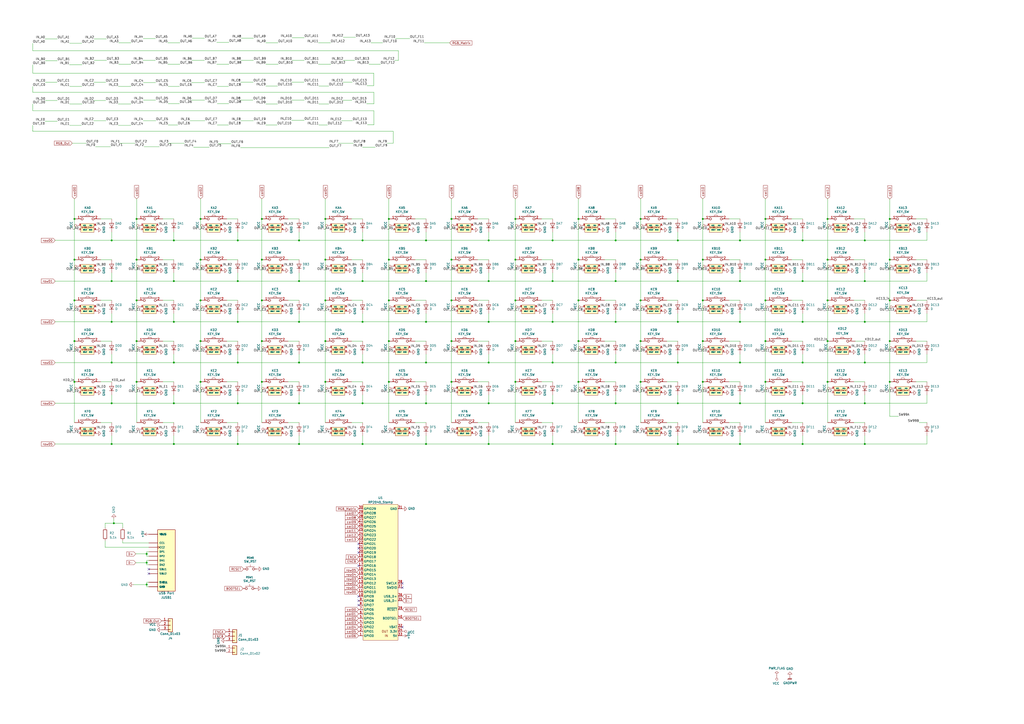
<source format=kicad_sch>
(kicad_sch (version 20230121) (generator eeschema)
  (paper "A2")
  (lib_symbols
    (symbol "Keyboard:Conn_01x02" (pin_names (offset 1.016) hide)
      (property "Reference" "J" (at 0 2.54 0))
      (property "Value" "Conn_01x02" (at 0 -5.08 0))
      (symbol "Conn_01x02_1_1"
        (pin passive line (at -5.08 0 0) (length 3.81) (name "Pin_1") (number "1"))
        (pin passive line (at -5.08 -2.54 0) (length 3.81) (name "Pin_2") (number "2"))
      )
    )
    (symbol "Keyboard:Conn_01x03" (pin_names (offset 1.016) hide)
      (property "Reference" "J" (at 0 5.08 0))
      (property "Value" "Conn_01x03" (at 0 -5.08 0))
      (symbol "Conn_01x03_1_1"
        (pin passive line (at -5.08 2.54 0) (length 3.81) (name "Pin_1") (number "1"))
        (pin passive line (at -5.08 0 0) (length 3.81) (name "Pin_2") (number "2"))
        (pin passive line (at -5.08 -2.54 0) (length 3.81) (name "Pin_3") (number "3"))
      )
    )
    (symbol "Keyboard:D" (pin_numbers hide) (pin_names (offset 1.016) hide)
      (property "Reference" "D" (at 0 -2.54 0))
      (property "Value" "D" (at 0 -2.54 0))
      (symbol "D_1_1"
        (pin passive line (at -3.81 0 0) (length 2.54) (name "K") (number "1"))
        (pin passive line (at 3.81 0 180) (length 2.54) (name "A") (number "2"))
      )
    )
    (symbol "Keyboard:GND" (power) (pin_names (offset 0))
      (property "Value" "GND" (at 0 -3.81 0))
      (symbol "GND_1_1"
        (pin power_in line (at 0 0 270) (length 0) hide (name "GND") (number "1"))
      )
    )
    (symbol "Keyboard:GND_FLAG" (power) (pin_names (offset 0))
      (property "Value" "GND_FLAG" (at 0 -3.302 0))
      (symbol "GND_FLAG_1_1"
        (pin power_in line (at 0 0 270) (length 0) hide (name "GNDPWR") (number "1"))
      )
    )
    (symbol "Keyboard:KEY_SW_RGB" (pin_names (offset 1.016))
      (property "Reference" "KL" (at -3.81 2.794 0))
      (property "Value" "KEY_SW_RGB" (at -0.2032 -11.8364 0))
      (symbol "KEY_SW_RGB_0_1"
        (pin passive inverted (at -7.62 0 0) (length 5.08) (name "~") (number "1"))
        (pin passive inverted (at 7.62 0 180) (length 5.08) (name "~") (number "2"))
      )
      (symbol "KEY_SW_RGB_1_1"
        (text "SK6812mini" (at -0.0762 -4.953 0) (effects (font (size 0.7874 0.7874))))
        (pin power_in line (at -5.08 -3.81 0) (length 1.27) (name "VCC") (number "3"))
        (pin output line (at -5.08 -6.35 0) (length 1.27) (name "DOUT") (number "4"))
        (pin power_in line (at 5.08 -6.35 180) (length 1.27) (name "GND") (number "5"))
        (pin input line (at 5.08 -3.81 180) (length 1.27) (name "DIN") (number "6"))
      )
    )
    (symbol "Keyboard:PWR_FLAG" (power) (pin_numbers hide) (pin_names (offset 0) hide)
      (property "Value" "PWR_FLAG" (at 0 3.81 0))
      (symbol "PWR_FLAG_0_0"
        (pin power_out line (at 0 0 90) (length 0) (name "pwr") (number "1"))
      )
    )
    (symbol "Keyboard:R" (pin_numbers hide) (pin_names (offset 0))
      (property "Reference" "R" (at 2.032 0 90))
      (property "Value" "R" (at 0 0 90))
      (symbol "R_1_1"
        (pin passive line (at 0 3.81 270) (length 1.27) (name "~") (number "1"))
        (pin passive line (at 0 -3.81 90) (length 1.27) (name "~") (number "2"))
      )
    )
    (symbol "Keyboard:RP2040_Stamp"
      (property "Reference" "U" (at 10.16 43.18 0))
      (property "Value" "RP2040_Stamp" (at 0 -38.1 0))
      (symbol "RP2040_Stamp_0_0"
        (text "IN" (at -4.445 39.37 0) (effects (font (size 1.27 1.27)) (justify left)))
        (text "OUT" (at -4.445 36.83 0) (effects (font (size 1.27 1.27)) (justify left)))
        (pin bidirectional line (at 12.7 39.37 180) (length 2.54) (name "GPIO0") (number "1"))
        (pin bidirectional line (at 12.7 16.51 180) (length 2.54) (name "GPIO9") (number "10"))
        (pin bidirectional line (at 12.7 13.97 180) (length 2.54) (name "GPIO10") (number "11"))
        (pin bidirectional line (at 12.7 11.43 180) (length 2.54) (name "GPIO11") (number "12"))
        (pin bidirectional line (at 12.7 8.89 180) (length 2.54) (name "GPIO12") (number "13"))
        (pin bidirectional line (at 12.7 6.35 180) (length 2.54) (name "GPIO13") (number "14"))
        (pin bidirectional line (at 12.7 3.81 180) (length 2.54) (name "GPIO14") (number "15"))
        (pin bidirectional line (at 12.7 1.27 180) (length 2.54) (name "GPIO15") (number "16"))
        (pin bidirectional line (at 12.7 -1.27 180) (length 2.54) (name "GPIO16") (number "17"))
        (pin bidirectional line (at 12.7 -3.81 180) (length 2.54) (name "GPIO17") (number "18"))
        (pin bidirectional line (at 12.7 -6.35 180) (length 2.54) (name "GPIO18") (number "19"))
        (pin bidirectional line (at 12.7 36.83 180) (length 2.54) (name "GPIO1") (number "2"))
        (pin bidirectional line (at 12.7 -8.89 180) (length 2.54) (name "GPIO19") (number "20"))
        (pin bidirectional line (at 12.7 -11.43 180) (length 2.54) (name "GPIO20") (number "21"))
        (pin bidirectional line (at 12.7 -13.97 180) (length 2.54) (name "GPIO21") (number "22"))
        (pin bidirectional line (at 12.7 -16.51 180) (length 2.54) (name "GPIO22") (number "23"))
        (pin bidirectional line (at 12.7 -19.05 180) (length 2.54) (name "GPIO23") (number "24"))
        (pin bidirectional line (at 12.7 -21.59 180) (length 2.54) (name "GPIO24") (number "25"))
        (pin bidirectional line (at 12.7 -24.13 180) (length 2.54) (name "GPIO25") (number "26"))
        (pin bidirectional line (at 12.7 -26.67 180) (length 2.54) (name "GPIO26") (number "27"))
        (pin bidirectional line (at 12.7 -29.21 180) (length 2.54) (name "GPIO27") (number "28"))
        (pin bidirectional line (at 12.7 -31.75 180) (length 2.54) (name "GPIO28") (number "29"))
        (pin bidirectional line (at 12.7 34.29 180) (length 2.54) (name "GPIO2") (number "3"))
        (pin bidirectional line (at 12.7 -34.29 180) (length 2.54) (name "GPIO29") (number "30"))
        (pin power_in line (at -12.7 -34.29 0) (length 2.54) (name "GND") (number "31"))
        (pin power_in line (at -12.7 34.29 0) (length 2.54) (name "VBAT") (number "32"))
        (pin power_in line (at -12.7 39.37 0) (length 2.54) (name "5V") (number "33"))
        (pin power_out line (at -12.7 36.83 0) (length 2.54) (name "3.3V") (number "34"))
        (pin bidirectional line (at -12.7 19.05 0) (length 2.54) (name "USB_D-") (number "35"))
        (pin bidirectional line (at -12.7 16.51 0) (length 2.54) (name "USB_D+") (number "36"))
        (pin bidirectional line (at -12.7 11.43 0) (length 2.54) (name "SWDIO") (number "37"))
        (pin input line (at -12.7 8.89 0) (length 2.54) (name "SWCLK") (number "38"))
        (pin bidirectional line (at -12.7 24.13 0) (length 2.54) (name "~{RESET}") (number "39"))
        (pin bidirectional line (at 12.7 31.75 180) (length 2.54) (name "GPIO3") (number "4"))
        (pin input line (at -12.7 29.21 0) (length 2.54) (name "BOOTSEL") (number "40"))
        (pin bidirectional line (at 12.7 29.21 180) (length 2.54) (name "GPIO4") (number "5"))
        (pin bidirectional line (at 12.7 26.67 180) (length 2.54) (name "GPIO5") (number "6"))
        (pin bidirectional line (at 12.7 24.13 180) (length 2.54) (name "GPIO6") (number "7"))
        (pin bidirectional line (at 12.7 21.59 180) (length 2.54) (name "GPIO7") (number "8"))
        (pin bidirectional line (at 12.7 19.05 180) (length 2.54) (name "GPIO8") (number "9"))
      )
    )
    (symbol "Keyboard:SW_RST" (pin_numbers hide) (pin_names (offset 1.016) hide)
      (property "Reference" "RSW" (at 2.54 2.54 0))
      (property "Value" "SW_RST" (at 0 -2.54 0))
      (symbol "SW_RST_0_1"
        (pin passive inverted (at -3.81 0 0) (length 2.54) (name "1") (number "1"))
        (pin passive inverted (at 3.81 0 180) (length 2.54) (name "2") (number "2"))
      )
    )
    (symbol "Keyboard:USB4085-GF-A_REVA4" (pin_numbers hide) (pin_names (offset 1.016))
      (property "Reference" "J" (at -5.1054 18.3134 0))
      (property "Value" "USB4085-GF-A_REVA4" (at -5.1054 -20.3708 0))
      (symbol "USB4085-GF-A_REVA4_0_0"
        (pin passive line (at -10.16 -15.24 0) (length 5.08) (name "GND") (number "A1"))
        (pin passive line (at -10.16 -15.24 0) (length 5.08) (name "GND") (number "A12"))
        (pin power_in line (at -10.16 15.24 0) (length 5.08) (name "VBUS") (number "A4"))
        (pin bidirectional line (at -10.16 10.16 0) (length 5.08) (name "CC1") (number "A5"))
        (pin bidirectional line (at -10.16 5.08 0) (length 5.08) (name "DP1") (number "A6"))
        (pin bidirectional line (at -10.16 0 0) (length 5.08) (name "DN1") (number "A7"))
        (pin bidirectional line (at -10.16 -5.08 0) (length 5.08) (name "SBU1") (number "A8"))
        (pin power_in line (at -10.16 15.24 0) (length 5.08) (name "VBUS") (number "A9"))
        (pin passive line (at -10.16 -15.24 0) (length 5.08) (name "GND") (number "B1"))
        (pin passive line (at -10.16 -15.24 0) (length 5.08) (name "GND") (number "B12"))
        (pin power_in line (at -10.16 15.24 0) (length 5.08) (name "VBUS") (number "B4"))
        (pin bidirectional clock (at -10.16 7.62 0) (length 5.08) (name "CC2") (number "B5"))
        (pin bidirectional line (at -10.16 2.54 0) (length 5.08) (name "DP2") (number "B6"))
        (pin bidirectional line (at -10.16 -2.54 0) (length 5.08) (name "DN2") (number "B7"))
        (pin bidirectional line (at -10.16 -7.62 0) (length 5.08) (name "SBU2") (number "B8"))
        (pin power_in line (at -10.16 15.24 0) (length 5.08) (name "VBUS") (number "B9"))
        (pin passive line (at -10.16 -12.7 0) (length 5.08) (name "SHELL") (number "P1"))
        (pin passive line (at -10.16 -12.7 0) (length 5.08) (name "SHELL") (number "P2"))
        (pin passive line (at -10.16 -12.7 0) (length 5.08) (name "SHELL") (number "P3"))
        (pin passive line (at -10.16 -12.7 0) (length 5.08) (name "SHELL") (number "P4"))
      )
    )
    (symbol "Keyboard:VCC" (power) (pin_names (offset 0))
      (property "Value" "VCC" (at 0 3.81 0))
      (symbol "VCC_1_1"
        (pin power_in line (at 0 0 90) (length 0) hide (name "VCC") (number "1"))
      )
    )
    (symbol "power:+5V" (power) (pin_names (offset 0))
      (property "Value" "+5V" (at 0 3.556 0))
      (symbol "+5V_1_1"
        (pin power_in line (at 0 0 90) (length 0) hide (name "+5V") (number "1"))
      )
    )
  )
  (junction (at 210.312 139.446))
  (junction (at 188.722 150.622))
  (junction (at 501.65 186.69))
  (junction (at 516.128 174.244))
  (junction (at 283.464 210.312))
  (junction (at 85.09 339.09))
  (junction (at 43.18 221.488))
  (junction (at 173.482 257.556))
  (junction (at 429.26 257.556))
  (junction (at 407.67 221.488))
  (junction (at 371.602 221.488))
  (junction (at 173.482 163.068))
  (junction (at 100.838 233.934))
  (junction (at 465.582 233.934))
  (junction (at 43.18 127))
  (junction (at 393.192 163.068))
  (junction (at 371.602 174.244))
  (junction (at 210.312 257.556))
  (junction (at 335.534 221.488))
  (junction (at 429.26 139.446))
  (junction (at 501.65 139.446))
  (junction (at 298.958 127))
  (junction (at 85.09 326.39))
  (junction (at 371.602 197.866))
  (junction (at 357.124 163.068))
  (junction (at 137.922 210.312))
  (junction (at 320.548 186.69))
  (junction (at 261.874 197.866))
  (junction (at 188.722 221.488))
  (junction (at 188.722 127))
  (junction (at 225.552 221.488))
  (junction (at 116.332 197.866))
  (junction (at 357.124 186.69))
  (junction (at 247.142 163.068))
  (junction (at 298.958 197.866))
  (junction (at 407.67 127))
  (junction (at 64.77 163.068))
  (junction (at 283.464 139.446))
  (junction (at 225.552 127))
  (junction (at 443.992 197.866))
  (junction (at 516.128 221.488))
  (junction (at 261.874 221.488))
  (junction (at 429.26 210.312))
  (junction (at 79.248 174.244))
  (junction (at 480.06 150.622))
  (junction (at 79.248 221.488))
  (junction (at 501.65 163.068))
  (junction (at 335.534 197.866))
  (junction (at 357.124 233.934))
  (junction (at 151.892 197.866))
  (junction (at 247.142 257.556))
  (junction (at 79.248 127))
  (junction (at 480.06 174.244))
  (junction (at 43.18 174.244))
  (junction (at 225.552 174.244))
  (junction (at 516.128 150.622))
  (junction (at 407.67 150.622))
  (junction (at 261.874 150.622))
  (junction (at 116.332 221.488))
  (junction (at 247.142 186.69))
  (junction (at 443.992 221.488))
  (junction (at 188.722 197.866))
  (junction (at 283.464 186.69))
  (junction (at 79.248 150.622))
  (junction (at 137.922 233.934))
  (junction (at 116.332 150.622))
  (junction (at 443.992 127))
  (junction (at 210.312 186.69))
  (junction (at 85.09 321.31))
  (junction (at 79.248 197.866))
  (junction (at 43.18 150.622))
  (junction (at 247.142 233.934))
  (junction (at 407.67 174.244))
  (junction (at 173.482 186.69))
  (junction (at 393.192 139.446))
  (junction (at 283.464 257.556))
  (junction (at 480.06 197.866))
  (junction (at 64.77 257.556))
  (junction (at 100.838 163.068))
  (junction (at 465.582 186.69))
  (junction (at 320.548 163.068))
  (junction (at 151.892 221.488))
  (junction (at 320.548 233.934))
  (junction (at 210.312 210.312))
  (junction (at 137.922 257.556))
  (junction (at 371.602 127))
  (junction (at 173.482 233.934))
  (junction (at 335.534 127))
  (junction (at 465.582 139.446))
  (junction (at 173.482 139.446))
  (junction (at 335.534 150.622))
  (junction (at 320.548 257.556))
  (junction (at 357.124 210.312))
  (junction (at 501.65 233.934))
  (junction (at 516.128 127))
  (junction (at 188.722 174.244))
  (junction (at 151.892 127))
  (junction (at 443.992 174.244))
  (junction (at 151.892 150.622))
  (junction (at 64.77 186.69))
  (junction (at 261.874 127))
  (junction (at 151.892 174.244))
  (junction (at 100.838 186.69))
  (junction (at 465.582 163.068))
  (junction (at 501.65 257.556))
  (junction (at 298.958 221.488))
  (junction (at 116.332 127))
  (junction (at 283.464 233.934))
  (junction (at 443.992 150.622))
  (junction (at 64.77 233.934))
  (junction (at 320.548 210.312))
  (junction (at 393.192 233.934))
  (junction (at 210.312 233.934))
  (junction (at 480.06 127))
  (junction (at 501.65 210.312))
  (junction (at 393.192 257.556))
  (junction (at 100.838 210.312))
  (junction (at 173.482 210.312))
  (junction (at 465.582 257.556))
  (junction (at 320.548 139.446))
  (junction (at 465.582 210.312))
  (junction (at 261.874 174.244))
  (junction (at 357.124 257.556))
  (junction (at 225.552 150.622))
  (junction (at 225.552 197.866))
  (junction (at 247.142 210.312))
  (junction (at 298.958 150.622))
  (junction (at 247.142 139.446))
  (junction (at 283.464 163.068))
  (junction (at 137.922 163.068))
  (junction (at 429.26 186.69))
  (junction (at 100.838 257.556))
  (junction (at 66.04 303.53))
  (junction (at 393.192 186.69))
  (junction (at 480.06 221.488))
  (junction (at 64.77 139.446))
  (junction (at 335.534 174.244))
  (junction (at 357.124 139.446))
  (junction (at 298.958 174.244))
  (junction (at 393.192 210.312))
  (junction (at 210.312 163.068))
  (junction (at 371.602 150.622))
  (junction (at 516.128 197.866))
  (junction (at 429.26 163.068))
  (junction (at 43.18 197.866))
  (junction (at 429.26 233.934))
  (junction (at 137.922 186.69))
  (junction (at 116.332 174.244))
  (junction (at 407.67 197.866))
  (junction (at 137.922 139.446))
  (junction (at 64.77 210.312))
  (junction (at 100.838 139.446))
  (no_connect (at 208.026 320.548))
  (no_connect (at 233.426 340.868))
  (no_connect (at 208.026 315.468))
  (no_connect (at 208.026 348.488))
  (no_connect (at 86.36 332.74))
  (no_connect (at 233.426 338.328))
  (no_connect (at 233.426 363.728))
  (no_connect (at 208.026 318.008))
  (no_connect (at 208.026 351.028))
  (no_connect (at 208.026 345.948))
  (no_connect (at 86.36 330.2))
  (no_connect (at 208.026 328.168))
  (wire (pts (xy 298.958 174.244) (xy 298.958 197.866)))
  (wire (pts (xy 64.77 134.62) (xy 64.77 139.446)))
  (wire (pts (xy 100.838 229.108) (xy 100.838 233.934)))
  (wire (pts (xy 26.289 58.293) (xy 33.274 58.293)))
  (wire (pts (xy 83.566 85.09) (xy 92.456 85.09)))
  (wire (pts (xy 54.483 47.752) (xy 61.341 47.752)))
  (wire (pts (xy 151.892 115.316) (xy 151.892 127)))
  (wire (pts (xy 465.582 181.864) (xy 465.582 186.69)))
  (wire (pts (xy 531.368 127) (xy 537.718 127)))
  (wire (pts (xy 33.274 22.606) (xy 26.162 22.606)))
  (wire (pts (xy 188.722 115.316) (xy 188.722 127)))
  (wire (pts (xy 225.552 115.316) (xy 225.552 127)))
  (wire (pts (xy 137.922 186.69) (xy 173.482 186.69)))
  (wire (pts (xy 501.65 134.62) (xy 501.65 139.446)))
  (wire (pts (xy 393.192 229.108) (xy 393.192 233.934)))
  (wire (pts (xy 407.67 197.866) (xy 407.67 221.488)))
  (wire (pts (xy 516.128 150.622) (xy 516.128 174.244)))
  (wire (pts (xy 480.06 197.866) (xy 480.06 221.488)))
  (wire (pts (xy 188.722 221.488) (xy 188.722 245.11)))
  (wire (pts (xy 216.916 60.198) (xy 212.598 60.198)))
  (wire (pts (xy 225.552 197.866) (xy 225.552 221.488)))
  (wire (pts (xy 225.552 127) (xy 225.552 150.622)))
  (wire (pts (xy 85.09 326.39) (xy 85.09 327.66)))
  (wire (pts (xy 167.132 245.11) (xy 173.482 245.11)))
  (wire (pts (xy 43.18 197.866) (xy 43.18 221.488)))
  (wire (pts (xy 19.05 76.2) (xy 228.092 76.2)))
  (wire (pts (xy 298.958 150.622) (xy 298.958 174.244)))
  (wire (pts (xy 240.792 174.244) (xy 247.142 174.244)))
  (wire (pts (xy 110.236 70.104) (xy 118.872 70.104)))
  (wire (pts (xy 125.984 72.517) (xy 132.588 72.517)))
  (wire (pts (xy 77.47 339.09) (xy 85.09 339.09)))
  (wire (pts (xy 393.192 163.068) (xy 357.124 163.068)))
  (wire (pts (xy 216.789 42.418) (xy 216.789 49.657)))
  (wire (pts (xy 111.125 58.039) (xy 118.745 58.039)))
  (wire (pts (xy 151.892 174.244) (xy 151.892 197.866)))
  (wire (pts (xy 151.892 221.488) (xy 151.892 245.11)))
  (wire (pts (xy 283.464 257.556) (xy 247.142 257.556)))
  (wire (pts (xy 41.91 83.058) (xy 50.038 83.058)))
  (wire (pts (xy 501.65 233.934) (xy 537.718 233.934)))
  (wire (pts (xy 261.874 221.488) (xy 261.874 245.11)))
  (wire (pts (xy 184.912 72.517) (xy 189.992 72.517)))
  (wire (pts (xy 85.09 321.31) (xy 85.09 322.58)))
  (wire (pts (xy 116.332 115.316) (xy 116.332 127)))
  (wire (pts (xy 247.142 163.068) (xy 210.312 163.068)))
  (wire (pts (xy 137.922 257.556) (xy 100.838 257.556)))
  (wire (pts (xy 357.124 134.62) (xy 357.124 139.446)))
  (wire (pts (xy 314.198 245.11) (xy 320.548 245.11)))
  (wire (pts (xy 116.332 150.622) (xy 116.332 174.244)))
  (wire (pts (xy 64.77 158.242) (xy 64.77 163.068)))
  (wire (pts (xy 216.916 72.39) (xy 216.916 64.262)))
  (wire (pts (xy 85.09 320.04) (xy 86.36 320.04)))
  (wire (pts (xy 247.142 257.556) (xy 210.312 257.556)))
  (wire (pts (xy 83.185 47.879) (xy 90.297 47.879)))
  (wire (pts (xy 371.602 127) (xy 371.602 150.622)))
  (wire (pts (xy 184.912 60.325) (xy 190.754 60.325)))
  (wire (pts (xy 298.958 221.488) (xy 298.958 245.11)))
  (wire (pts (xy 228.092 76.2) (xy 228.092 83.058)))
  (wire (pts (xy 465.582 233.934) (xy 501.65 233.934)))
  (wire (pts (xy 240.792 245.11) (xy 247.142 245.11)))
  (wire (pts (xy 68.58 72.771) (xy 75.946 72.771)))
  (wire (pts (xy 320.548 134.62) (xy 320.548 139.446)))
  (wire (pts (xy 137.922 139.446) (xy 173.482 139.446)))
  (wire (pts (xy 139.827 35.052) (xy 147.066 35.052)))
  (wire (pts (xy 240.792 150.622) (xy 247.142 150.622)))
  (wire (pts (xy 210.312 210.312) (xy 173.482 210.312)))
  (wire (pts (xy 516.128 127) (xy 516.128 150.622)))
  (wire (pts (xy 231.14 29.464) (xy 231.14 35.052)))
  (wire (pts (xy 19.05 42.418) (xy 216.789 42.418)))
  (wire (pts (xy 422.91 197.866) (xy 429.26 197.866)))
  (wire (pts (xy 335.534 127) (xy 335.534 150.622)))
  (wire (pts (xy 100.838 233.934) (xy 137.922 233.934)))
  (wire (pts (xy 531.368 221.488) (xy 537.718 221.488)))
  (wire (pts (xy 19.05 25.146) (xy 19.05 29.464)))
  (wire (pts (xy 350.774 197.866) (xy 357.124 197.866)))
  (wire (pts (xy 116.332 197.866) (xy 116.332 221.488)))
  (wire (pts (xy 320.548 257.556) (xy 283.464 257.556)))
  (wire (pts (xy 261.874 115.316) (xy 261.874 127)))
  (wire (pts (xy 19.05 75.819) (xy 18.923 75.819)))
  (wire (pts (xy 64.77 233.934) (xy 100.838 233.934)))
  (wire (pts (xy 240.792 127) (xy 247.142 127)))
  (wire (pts (xy 320.548 210.312) (xy 283.464 210.312)))
  (wire (pts (xy 79.248 197.866) (xy 79.248 221.488)))
  (wire (pts (xy 283.464 205.486) (xy 283.464 210.312)))
  (wire (pts (xy 151.892 197.866) (xy 151.892 221.488)))
  (wire (pts (xy 139.7 70.104) (xy 147.066 70.104)))
  (wire (pts (xy 100.838 181.864) (xy 100.838 186.69)))
  (wire (pts (xy 357.124 210.312) (xy 320.548 210.312)))
  (wire (pts (xy 225.552 221.488) (xy 225.552 245.11)))
  (wire (pts (xy 247.142 139.446) (xy 283.464 139.446)))
  (wire (pts (xy 215.138 24.892) (xy 221.996 24.892)))
  (wire (pts (xy 199.009 47.625) (xy 204.343 47.625)))
  (wire (pts (xy 137.922 229.108) (xy 137.922 233.934)))
  (wire (pts (xy 173.482 252.73) (xy 173.482 257.556)))
  (wire (pts (xy 480.06 197.866) (xy 480.949 197.866)))
  (wire (pts (xy 459.232 127) (xy 465.582 127)))
  (wire (pts (xy 516.128 174.244) (xy 516.128 197.866)))
  (wire (pts (xy 371.602 174.244) (xy 371.602 197.866)))
  (wire (pts (xy 210.312 205.486) (xy 210.312 210.312)))
  (wire (pts (xy 137.922 158.242) (xy 137.922 163.068)))
  (wire (pts (xy 459.232 197.866) (xy 465.582 197.866)))
  (wire (pts (xy 79.248 221.488) (xy 79.248 245.11)))
  (wire (pts (xy 531.368 197.866) (xy 537.718 197.866)))
  (wire (pts (xy 154.178 37.338) (xy 161.417 37.338)))
  (wire (pts (xy 137.922 205.486) (xy 137.922 210.312)))
  (wire (pts (xy 26.289 35.306) (xy 33.274 35.306)))
  (wire (pts (xy 429.26 205.486) (xy 429.26 210.312)))
  (wire (pts (xy 210.312 252.73) (xy 210.312 257.556)))
  (wire (pts (xy 495.3 221.488) (xy 501.65 221.488)))
  (wire (pts (xy 85.09 325.12) (xy 86.36 325.12)))
  (wire (pts (xy 131.572 127) (xy 137.922 127)))
  (wire (pts (xy 516.128 174.244) (xy 516.255 174.244)))
  (wire (pts (xy 393.192 257.556) (xy 357.124 257.556)))
  (wire (pts (xy 283.464 139.446) (xy 320.548 139.446)))
  (wire (pts (xy 137.922 210.312) (xy 100.838 210.312)))
  (wire (pts (xy 501.65 210.312) (xy 537.718 210.312)))
  (wire (pts (xy 386.842 150.622) (xy 393.192 150.622)))
  (wire (pts (xy 220.726 37.338) (xy 213.995 37.338)))
  (wire (pts (xy 247.142 186.69) (xy 283.464 186.69)))
  (wire (pts (xy 298.958 127) (xy 298.958 150.622)))
  (wire (pts (xy 357.124 257.556) (xy 320.548 257.556)))
  (wire (pts (xy 465.582 229.108) (xy 465.582 233.934)))
  (wire (pts (xy 429.26 186.69) (xy 465.582 186.69)))
  (wire (pts (xy 167.132 127) (xy 173.482 127)))
  (wire (pts (xy 283.464 158.242) (xy 283.464 163.068)))
  (wire (pts (xy 85.09 326.39) (xy 85.09 325.12)))
  (wire (pts (xy 357.124 139.446) (xy 393.192 139.446)))
  (wire (pts (xy 283.464 229.108) (xy 283.464 233.934)))
  (wire (pts (xy 225.552 174.244) (xy 225.552 197.866)))
  (wire (pts (xy 516.128 241.554) (xy 521.208 241.554)))
  (wire (pts (xy 240.792 221.488) (xy 247.142 221.488)))
  (wire (pts (xy 393.192 186.69) (xy 429.26 186.69)))
  (wire (pts (xy 173.482 139.446) (xy 210.312 139.446)))
  (wire (pts (xy 407.67 174.244) (xy 407.67 197.866)))
  (wire (pts (xy 298.958 197.866) (xy 298.958 221.488)))
  (wire (pts (xy 188.722 127) (xy 188.722 150.622)))
  (wire (pts (xy 58.42 245.11) (xy 64.77 245.11)))
  (wire (pts (xy 407.67 127) (xy 407.67 150.622)))
  (wire (pts (xy 537.718 229.108) (xy 537.718 233.934)))
  (wire (pts (xy 19.05 53.594) (xy 19.05 50.165)))
  (wire (pts (xy 64.77 252.73) (xy 64.77 257.556)))
  (wire (pts (xy 429.26 210.312) (xy 393.192 210.312)))
  (wire (pts (xy 335.534 221.488) (xy 335.534 245.11)))
  (wire (pts (xy 247.142 233.934) (xy 283.464 233.934)))
  (wire (pts (xy 516.128 197.866) (xy 516.128 221.488)))
  (wire (pts (xy 54.61 35.052) (xy 61.849 35.052)))
  (wire (pts (xy 247.142 205.486) (xy 247.142 210.312)))
  (wire (pts (xy 501.65 257.556) (xy 537.718 257.556)))
  (wire (pts (xy 100.838 134.62) (xy 100.838 139.446)))
  (wire (pts (xy 94.488 174.244) (xy 100.838 174.244)))
  (wire (pts (xy 501.65 229.108) (xy 501.65 233.934)))
  (wire (pts (xy 228.092 83.058) (xy 224.536 83.058)))
  (wire (pts (xy 210.312 139.446) (xy 247.142 139.446)))
  (wire (pts (xy 335.534 197.866) (xy 335.534 221.488)))
  (wire (pts (xy 225.552 150.622) (xy 225.552 174.244)))
  (wire (pts (xy 314.198 150.622) (xy 320.548 150.622)))
  (wire (pts (xy 97.79 83.058) (xy 106.934 83.058)))
  (wire (pts (xy 350.774 174.244) (xy 357.124 174.244)))
  (wire (pts (xy 371.602 115.316) (xy 371.602 127)))
  (wire (pts (xy 173.482 158.242) (xy 173.482 163.068)))
  (wire (pts (xy 78.74 321.31) (xy 85.09 321.31)))
  (wire (pts (xy 429.26 252.73) (xy 429.26 257.556)))
  (wire (pts (xy 19.05 60.325) (xy 19.05 64.262)))
  (wire (pts (xy 131.572 150.622) (xy 137.922 150.622)))
  (wire (pts (xy 443.992 115.316) (xy 443.992 127)))
  (wire (pts (xy 277.114 127) (xy 283.464 127)))
  (wire (pts (xy 184.658 37.338) (xy 191.897 37.338)))
  (wire (pts (xy 480.06 221.488) (xy 480.06 245.11)))
  (wire (pts (xy 371.602 150.622) (xy 371.602 174.244)))
  (wire (pts (xy 154.178 72.517) (xy 160.782 72.517)))
  (wire (pts (xy 371.602 197.866) (xy 371.602 221.488)))
  (wire (pts (xy 191.77 24.892) (xy 184.658 24.892)))
  (wire (pts (xy 533.146 245.11) (xy 537.718 245.11)))
  (wire (pts (xy 68.58 50.165) (xy 75.946 50.165)))
  (wire (pts (xy 167.132 197.866) (xy 173.482 197.866)))
  (wire (pts (xy 495.3 245.11) (xy 501.65 245.11)))
  (wire (pts (xy 176.53 21.844) (xy 169.418 21.844)))
  (wire (pts (xy 314.198 221.488) (xy 320.548 221.488)))
  (wire (pts (xy 100.838 252.73) (xy 100.838 257.556)))
  (wire (pts (xy 393.192 134.62) (xy 393.192 139.446)))
  (wire (pts (xy 137.922 233.934) (xy 173.482 233.934)))
  (wire (pts (xy 386.842 245.11) (xy 393.192 245.11)))
  (wire (pts (xy 54.483 58.293) (xy 61.341 58.293)))
  (wire (pts (xy 64.77 205.486) (xy 64.77 210.312)))
  (wire (pts (xy 320.548 158.242) (xy 320.548 163.068)))
  (wire (pts (xy 64.77 186.69) (xy 100.838 186.69)))
  (wire (pts (xy 495.3 150.622) (xy 501.65 150.622)))
  (wire (pts (xy 71.12 303.53) (xy 66.04 303.53)))
  (wire (pts (xy 94.488 150.622) (xy 100.838 150.622)))
  (wire (pts (xy 139.573 47.625) (xy 146.939 47.625)))
  (wire (pts (xy 94.488 245.11) (xy 100.838 245.11)))
  (wire (pts (xy 64.77 229.108) (xy 64.77 233.934)))
  (wire (pts (xy 55.372 85.09) (xy 64.135 85.09)))
  (wire (pts (xy 40.386 60.325) (xy 47.625 60.325)))
  (wire (pts (xy 501.65 163.068) (xy 537.718 163.068)))
  (wire (pts (xy 210.312 229.108) (xy 210.312 233.934)))
  (wire (pts (xy 216.789 49.657) (xy 212.852 49.657)))
  (wire (pts (xy 203.962 245.11) (xy 210.312 245.11)))
  (wire (pts (xy 465.582 134.62) (xy 465.582 139.446)))
  (wire (pts (xy 26.289 47.752) (xy 33.147 47.752)))
  (wire (pts (xy 60.96 313.69) (xy 60.96 317.5)))
  (wire (pts (xy 459.232 174.244) (xy 465.582 174.244)))
  (wire (pts (xy 261.874 127) (xy 261.874 150.622)))
  (wire (pts (xy 495.3 127) (xy 501.65 127)))
  (wire (pts (xy 320.548 233.934) (xy 357.124 233.934)))
  (wire (pts (xy 459.232 245.11) (xy 465.582 245.11)))
  (wire (pts (xy 357.124 205.486) (xy 357.124 210.312)))
  (wire (pts (xy 210.312 163.068) (xy 173.482 163.068)))
  (wire (pts (xy 83.058 70.104) (xy 90.424 70.104)))
  (wire (pts (xy 314.198 174.244) (xy 320.548 174.244)))
  (wire (pts (xy 216.916 53.594) (xy 216.916 60.198)))
  (wire (pts (xy 203.962 127) (xy 210.312 127)))
  (wire (pts (xy 90.17 22.352) (xy 83.058 22.352)))
  (wire (pts (xy 137.922 181.864) (xy 137.922 186.69)))
  (wire (pts (xy 283.464 252.73) (xy 283.464 257.556)))
  (wire (pts (xy 465.582 158.242) (xy 465.582 163.068)))
  (wire (pts (xy 247.142 252.73) (xy 247.142 257.556)))
  (wire (pts (xy 100.838 205.486) (xy 100.838 210.312)))
  (wire (pts (xy 71.12 314.96) (xy 86.36 314.96)))
  (wire (pts (xy 196.342 83.058) (xy 204.978 83.058)))
  (wire (pts (xy 537.718 252.73) (xy 537.718 257.556)))
  (wire (pts (xy 393.192 205.486) (xy 393.192 210.312)))
  (wire (pts (xy 465.582 257.556) (xy 501.65 257.556)))
  (wire (pts (xy 64.77 163.068) (xy 32.004 163.068)))
  (wire (pts (xy 429.26 181.864) (xy 429.26 186.69)))
  (wire (pts (xy 61.722 22.606) (xy 54.61 22.606)))
  (wire (pts (xy 335.534 150.622) (xy 335.534 174.244)))
  (wire (pts (xy 357.124 158.242) (xy 357.124 163.068)))
  (wire (pts (xy 40.386 50.165) (xy 47.498 50.165)))
  (wire (pts (xy 40.386 72.771) (xy 47.244 72.771)))
  (wire (pts (xy 19.05 37.592) (xy 19.05 42.418)))
  (wire (pts (xy 79.248 174.244) (xy 79.248 197.866)))
  (wire (pts (xy 247.142 210.312) (xy 210.312 210.312)))
  (wire (pts (xy 443.992 174.244) (xy 443.992 197.866)))
  (wire (pts (xy 203.962 174.244) (xy 210.312 174.244)))
  (wire (pts (xy 131.572 245.11) (xy 137.922 245.11)))
  (wire (pts (xy 64.77 139.446) (xy 100.838 139.446)))
  (wire (pts (xy 465.582 163.068) (xy 429.26 163.068)))
  (wire (pts (xy 320.548 181.864) (xy 320.548 186.69)))
  (wire (pts (xy 64.77 210.312) (xy 32.004 210.312)))
  (wire (pts (xy 64.77 139.446) (xy 32.004 139.446)))
  (wire (pts (xy 97.282 37.338) (xy 104.394 37.338)))
  (wire (pts (xy 537.718 205.486) (xy 537.718 210.312)))
  (wire (pts (xy 283.464 210.312) (xy 247.142 210.312)))
  (wire (pts (xy 71.12 313.69) (xy 71.12 314.96)))
  (wire (pts (xy 199.136 21.59) (xy 206.248 21.59)))
  (wire (pts (xy 43.18 127) (xy 43.18 150.622)))
  (wire (pts (xy 19.05 29.464) (xy 231.14 29.464)))
  (wire (pts (xy 501.65 181.864) (xy 501.65 186.69)))
  (wire (pts (xy 118.618 22.098) (xy 111.506 22.098)))
  (wire (pts (xy 100.838 210.312) (xy 64.77 210.312)))
  (wire (pts (xy 198.882 58.166) (xy 204.216 58.166)))
  (wire (pts (xy 167.132 150.622) (xy 173.482 150.622)))
  (wire (pts (xy 283.464 233.934) (xy 320.548 233.934)))
  (wire (pts (xy 43.18 115.316) (xy 43.18 127)))
  (wire (pts (xy 443.992 150.622) (xy 443.992 174.244)))
  (wire (pts (xy 443.992 197.866) (xy 443.992 221.488)))
  (wire (pts (xy 210.312 85.344) (xy 217.678 85.344)))
  (wire (pts (xy 97.536 72.517) (xy 103.124 72.517)))
  (wire (pts (xy 100.838 186.69) (xy 137.922 186.69)))
  (wire (pts (xy 350.774 245.11) (xy 357.124 245.11)))
  (wire (pts (xy 40.259 37.592) (xy 47.625 37.592)))
  (wire (pts (xy 443.992 221.488) (xy 443.992 245.11)))
  (wire (pts (xy 335.534 174.244) (xy 335.534 197.866)))
  (wire (pts (xy 85.09 327.66) (xy 86.36 327.66)))
  (wire (pts (xy 111.379 35.052) (xy 118.618 35.052)))
  (wire (pts (xy 429.26 158.242) (xy 429.26 163.068)))
  (wire (pts (xy 465.582 210.312) (xy 429.26 210.312)))
  (wire (pts (xy 247.142 181.864) (xy 247.142 186.69)))
  (wire (pts (xy 429.26 139.446) (xy 465.582 139.446)))
  (wire (pts (xy 357.124 229.108) (xy 357.124 233.934)))
  (wire (pts (xy 240.792 197.866) (xy 247.142 197.866)))
  (wire (pts (xy 407.67 150.622) (xy 407.67 174.244)))
  (wire (pts (xy 94.488 197.866) (xy 100.838 197.866)))
  (wire (pts (xy 79.248 127) (xy 79.248 150.622)))
  (wire (pts (xy 407.67 115.316) (xy 407.67 127)))
  (wire (pts (xy 161.29 24.892) (xy 154.178 24.892)))
  (wire (pts (xy 151.892 127) (xy 151.892 150.622)))
  (wire (pts (xy 537.718 134.62) (xy 537.718 139.446)))
  (wire (pts (xy 104.394 24.892) (xy 97.282 24.892)))
  (wire (pts (xy 480.06 115.316) (xy 480.06 127)))
  (wire (pts (xy 66.04 303.53) (xy 66.04 300.99)))
  (wire (pts (xy 112.268 85.344) (xy 121.412 85.344)))
  (wire (pts (xy 71.12 306.07) (xy 71.12 303.53)))
  (wire (pts (xy 139.573 58.039) (xy 146.812 58.039)))
  (wire (pts (xy 18.923 75.819) (xy 18.923 72.644)))
  (wire (pts (xy 393.192 139.446) (xy 429.26 139.446)))
  (wire (pts (xy 58.42 150.622) (xy 64.77 150.622)))
  (wire (pts (xy 386.842 174.244) (xy 393.192 174.244)))
  (wire (pts (xy 94.488 127) (xy 100.838 127)))
  (wire (pts (xy 137.922 252.73) (xy 137.922 257.556)))
  (wire (pts (xy 82.931 35.052) (xy 90.17 35.052)))
  (wire (pts (xy 350.774 150.622) (xy 357.124 150.622)))
  (wire (pts (xy 501.65 158.242) (xy 501.65 163.068)))
  (wire (pts (xy 229.362 22.352) (xy 237.744 22.352)))
  (wire (pts (xy 320.548 205.486) (xy 320.548 210.312)))
  (wire (pts (xy 422.91 174.244) (xy 429.26 174.244)))
  (wire (pts (xy 320.548 252.73) (xy 320.548 257.556)))
  (wire (pts (xy 283.464 163.068) (xy 247.142 163.068)))
  (wire (pts (xy 516.128 115.443) (xy 516.128 127)))
  (wire (pts (xy 131.572 174.244) (xy 137.922 174.244)))
  (wire (pts (xy 480.06 150.622) (xy 480.06 174.244)))
  (wire (pts (xy 169.291 58.039) (xy 176.53 58.039)))
  (wire (pts (xy 58.42 174.244) (xy 64.77 174.244)))
  (wire (pts (xy 422.91 245.11) (xy 429.26 245.11)))
  (wire (pts (xy 459.232 150.622) (xy 465.582 150.622)))
  (wire (pts (xy 501.65 205.486) (xy 501.65 210.312)))
  (wire (pts (xy 213.106 72.39) (xy 216.916 72.39)))
  (wire (pts (xy 97.536 50.165) (xy 104.14 50.165)))
  (wire (pts (xy 199.136 35.052) (xy 205.74 35.052)))
  (wire (pts (xy 68.834 37.338) (xy 75.946 37.338)))
  (wire (pts (xy 261.874 150.622) (xy 261.874 174.244)))
  (wire (pts (xy 116.332 221.488) (xy 116.332 245.11)))
  (wire (pts (xy 247.142 158.242) (xy 247.142 163.068)))
  (wire (pts (xy 320.548 163.068) (xy 283.464 163.068)))
  (wire (pts (xy 85.09 339.09) (xy 85.09 337.82)))
  (wire (pts (xy 60.96 317.5) (xy 86.36 317.5)))
  (wire (pts (xy 100.838 158.242) (xy 100.838 163.068)))
  (wire (pts (xy 320.548 139.446) (xy 357.124 139.446)))
  (wire (pts (xy 320.548 229.108) (xy 320.548 233.934)))
  (wire (pts (xy 64.77 186.69) (xy 32.004 186.69)))
  (wire (pts (xy 495.3 174.244) (xy 501.65 174.244)))
  (wire (pts (xy 465.582 186.69) (xy 501.65 186.69)))
  (wire (pts (xy 314.198 197.866) (xy 320.548 197.866)))
  (wire (pts (xy 64.77 257.556) (xy 32.004 257.556)))
  (wire (pts (xy 85.09 321.31) (xy 85.09 320.04)))
  (wire (pts (xy 188.722 174.244) (xy 188.722 197.866)))
  (wire (pts (xy 314.198 127) (xy 320.548 127)))
  (wire (pts (xy 393.192 158.242) (xy 393.192 163.068)))
  (wire (pts (xy 198.12 70.104) (xy 204.47 70.104)))
  (wire (pts (xy 58.42 127) (xy 64.77 127)))
  (wire (pts (xy 131.572 221.488) (xy 137.922 221.488)))
  (wire (pts (xy 531.495 174.244) (xy 537.718 174.244)))
  (wire (pts (xy 422.91 150.622) (xy 429.26 150.622)))
  (wire (pts (xy 54.356 70.104) (xy 61.468 70.104)))
  (wire (pts (xy 173.482 134.62) (xy 173.482 139.446)))
  (wire (pts (xy 173.482 181.864) (xy 173.482 186.69)))
  (wire (pts (xy 78.74 326.39) (xy 85.09 326.39)))
  (wire (pts (xy 132.842 24.638) (xy 125.73 24.638)))
  (wire (pts (xy 173.482 233.934) (xy 210.312 233.934)))
  (wire (pts (xy 169.164 69.85) (xy 176.53 69.85)))
  (wire (pts (xy 357.124 186.69) (xy 393.192 186.69)))
  (wire (pts (xy 58.42 221.488) (xy 64.77 221.488)))
  (wire (pts (xy 210.312 257.556) (xy 173.482 257.556)))
  (wire (pts (xy 465.582 257.556) (xy 429.26 257.556)))
  (wire (pts (xy 100.838 257.556) (xy 64.77 257.556)))
  (wire (pts (xy 320.548 186.69) (xy 357.124 186.69)))
  (wire (pts (xy 64.77 181.864) (xy 64.77 186.69)))
  (wire (pts (xy 247.142 229.108) (xy 247.142 233.934)))
  (wire (pts (xy 480.06 174.244) (xy 480.06 197.866)))
  (wire (pts (xy 459.232 221.488) (xy 465.582 221.488)))
  (wire (pts (xy 173.482 210.312) (xy 137.922 210.312)))
  (wire (pts (xy 19.05 64.262) (xy 216.916 64.262)))
  (wire (pts (xy 393.192 181.864) (xy 393.192 186.69)))
  (wire (pts (xy 86.36 340.36) (xy 85.09 340.36)))
  (wire (pts (xy 210.312 134.62) (xy 210.312 139.446)))
  (wire (pts (xy 298.958 115.316) (xy 298.958 127)))
  (wire (pts (xy 429.26 229.108) (xy 429.26 233.934)))
  (wire (pts (xy 283.464 134.62) (xy 283.464 139.446)))
  (wire (pts (xy 371.602 221.488) (xy 371.602 245.11)))
  (wire (pts (xy 100.838 163.068) (xy 64.77 163.068)))
  (wire (pts (xy 173.482 257.556) (xy 137.922 257.556)))
  (wire (pts (xy 277.114 174.244) (xy 283.464 174.244)))
  (wire (pts (xy 422.91 127) (xy 429.26 127)))
  (wire (pts (xy 277.114 150.622) (xy 283.464 150.622)))
  (wire (pts (xy 386.842 197.866) (xy 393.192 197.866)))
  (wire (pts (xy 422.91 221.488) (xy 429.26 221.488)))
  (wire (pts (xy 480.06 127) (xy 480.06 150.622)))
  (wire (pts (xy 501.65 252.73) (xy 501.65 257.556)))
  (wire (pts (xy 147.066 22.098) (xy 139.954 22.098)))
  (wire (pts (xy 283.464 186.69) (xy 320.548 186.69)))
  (wire (pts (xy 60.96 303.53) (xy 66.04 303.53)))
  (wire (pts (xy 210.312 158.242) (xy 210.312 163.068)))
  (wire (pts (xy 151.892 150.622) (xy 151.892 174.244)))
  (wire (pts (xy 58.42 197.866) (xy 64.77 197.866)))
  (wire (pts (xy 350.774 221.488) (xy 357.124 221.488)))
  (wire (pts (xy 79.248 150.622) (xy 79.248 174.244)))
  (wire (pts (xy 283.464 181.864) (xy 283.464 186.69)))
  (wire (pts (xy 516.128 221.488) (xy 516.128 241.554)))
  (wire (pts (xy 188.722 150.622) (xy 188.722 174.244)))
  (wire (pts (xy 465.582 139.446) (xy 501.65 139.446)))
  (wire (pts (xy 43.18 150.622) (xy 43.18 174.244)))
  (wire (pts (xy 357.124 252.73) (xy 357.124 257.556)))
  (wire (pts (xy 116.332 174.244) (xy 116.332 197.866)))
  (wire (pts (xy 169.291 47.625) (xy 176.403 47.625)))
  (wire (pts (xy 465.582 163.068) (xy 501.65 163.068)))
  (wire (pts (xy 111.125 47.879) (xy 118.745 47.879)))
  (wire (pts (xy 83.185 58.039) (xy 90.297 58.039)))
  (wire (pts (xy 85.09 337.82) (xy 86.36 337.82)))
  (wire (pts (xy 137.922 163.068) (xy 100.838 163.068)))
  (wire (pts (xy 69.596 83.058) (xy 78.232 83.058)))
  (wire (pts (xy 203.962 197.866) (xy 210.312 197.866)))
  (wire (pts (xy 393.192 210.312) (xy 357.124 210.312)))
  (wire (pts (xy 125.984 50.165) (xy 132.588 50.165)))
  (wire (pts (xy 26.162 70.358) (xy 33.274 70.358)))
  (wire (pts (xy 465.582 252.73) (xy 465.582 257.556)))
  (wire (pts (xy 537.718 181.864) (xy 537.718 186.69)))
  (wire (pts (xy 393.192 252.73) (xy 393.192 257.556)))
  (wire (pts (xy 64.77 233.934) (xy 32.004 233.934)))
  (wire (pts (xy 210.312 186.69) (xy 247.142 186.69)))
  (wire (pts (xy 116.332 127) (xy 116.332 150.622)))
  (wire (pts (xy 501.65 139.446) (xy 537.718 139.446)))
  (wire (pts (xy 537.718 158.242) (xy 537.718 163.068)))
  (wire (pts (xy 393.192 233.934) (xy 429.26 233.934)))
  (wire (pts (xy 210.312 181.864) (xy 210.312 186.69)))
  (wire (pts (xy 125.984 60.071) (xy 132.715 60.071)))
  (wire (pts (xy 75.946 24.892) (xy 68.834 24.892)))
  (wire (pts (xy 47.498 25.146) (xy 40.386 25.146)))
  (wire (pts (xy 465.582 205.486) (xy 465.582 210.312)))
  (wire (pts (xy 231.14 35.052) (xy 228.854 35.052)))
  (wire (pts (xy 350.774 127) (xy 357.124 127)))
  (wire (pts (xy 335.534 115.316) (xy 335.534 127)))
  (wire (pts (xy 94.488 221.488) (xy 100.838 221.488)))
  (wire (pts (xy 167.132 221.488) (xy 173.482 221.488)))
  (wire (pts (xy 173.482 186.69) (xy 210.312 186.69)))
  (wire (pts (xy 19.05 75.819) (xy 19.05 76.2)))
  (wire (pts (xy 173.482 205.486) (xy 173.482 210.312)))
  (wire (pts (xy 60.96 306.07) (xy 60.96 303.53)))
  (wire (pts (xy 386.842 221.488) (xy 393.192 221.488)))
  (wire (pts (xy 184.912 49.911) (xy 190.754 49.911)))
  (wire (pts (xy 203.962 150.622) (xy 210.312 150.622)))
  (wire (pts (xy 85.09 322.58) (xy 86.36 322.58)))
  (wire (pts (xy 429.26 257.556) (xy 393.192 257.556)))
  (wire (pts (xy 203.962 221.488) (xy 210.312 221.488)))
  (wire (pts (xy 443.992 127) (xy 443.992 150.622)))
  (wire (pts (xy 100.838 139.446) (xy 137.922 139.446)))
  (wire (pts (xy 277.114 197.866) (xy 283.464 197.866)))
  (wire (pts (xy 154.178 60.325) (xy 161.036 60.325)))
  (wire (pts (xy 126.619 83.312) (xy 134.112 83.312)))
  (wire (pts (xy 501.65 186.69) (xy 537.718 186.69)))
  (wire (pts (xy 169.418 35.052) (xy 176.53 35.052)))
  (wire (pts (xy 465.582 210.312) (xy 501.65 210.312)))
  (wire (pts (xy 357.124 181.864) (xy 357.124 186.69)))
  (wire (pts (xy 277.114 245.11) (xy 283.464 245.11)))
  (wire (pts (xy 79.248 115.316) (xy 79.248 127)))
  (wire (pts (xy 85.09 340.36) (xy 85.09 339.09)))
  (wire (pts (xy 429.26 233.934) (xy 465.582 233.934)))
  (wire (pts (xy 97.536 60.071) (xy 104.14 60.071)))
  (wire (pts (xy 68.58 60.325) (xy 75.946 60.325)))
  (wire (pts (xy 167.132 174.244) (xy 173.482 174.244)))
  (wire (pts (xy 173.482 163.068) (xy 137.922 163.068)))
  (wire (pts (xy 137.922 134.62) (xy 137.922 139.446)))
  (wire (pts (xy 154.178 49.911) (xy 161.036 49.911)))
  (wire (pts (xy 139.446 85.598) (xy 191.008 85.598)))
  (wire (pts (xy 429.26 163.068) (xy 393.192 163.068)))
  (wire (pts (xy 125.73 37.338) (xy 132.842 37.338)))
  (wire (pts (xy 277.114 221.488) (xy 283.464 221.488)))
  (wire (pts (xy 531.368 150.622) (xy 537.718 150.622)))
  (wire (pts (xy 43.18 174.244) (xy 43.18 197.866)))
  (wire (pts (xy 261.874 174.244) (xy 261.874 197.866)))
  (wire (pts (xy 19.05 53.594) (xy 216.916 53.594)))
  (wire (pts (xy 429.26 134.62) (xy 429.26 139.446)))
  (wire (pts (xy 496.189 197.866) (xy 501.65 197.866)))
  (wire (pts (xy 173.482 229.108) (xy 173.482 233.934)))
  (wire (pts (xy 260.858 24.892) (xy 246.126 24.892)))
  (wire (pts (xy 407.67 221.488) (xy 407.67 245.11)))
  (wire (pts (xy 188.722 197.866) (xy 188.722 221.488)))
  (wire (pts (xy 210.312 233.934) (xy 247.142 233.934)))
  (wire (pts (xy 386.842 127) (xy 393.192 127)))
  (wire (pts (xy 247.142 134.62) (xy 247.142 139.446)))
  (wire (pts (xy 357.124 163.068) (xy 320.548 163.068)))
  (wire (pts (xy 357.124 233.934) (xy 393.192 233.934)))
  (wire (pts (xy 43.18 221.488) (xy 43.18 245.11)))
  (wire (pts (xy 131.572 197.866) (xy 137.922 197.866)))
  (wire (pts (xy 261.874 197.866) (xy 261.874 221.488)))
  (label "IN_B3" (at 164.592 154.432 0))
  (label "OUT_D13" (at 204.216 58.166 0))
  (label "OUT_D12" (at 190.754 60.325 0))
  (label "IN_E3" (at 68.58 72.771 180))
  (label "OUT_A7" (at 301.498 133.35 180))
  (label "OUT_D11" (at 446.532 204.216 180))
  (label "IN_E5" (at 238.252 225.298 0))
  (label "OUT_D0" (at 19.05 60.325 0))
  (label "IN_D12" (at 493.649 201.676 0))
  (label "OUT_B9" (at 374.142 156.972 180))
  (label "IN_D1" (at 91.948 201.676 0))
  (label "OUT_E9" (at 147.066 70.104 0))
  (label "IN_B12" (at 492.76 154.432 0))
  (label "IN_D7" (at 125.984 60.071 180))
  (label "OUT_D7" (at 118.745 58.039 0))
  (label "OUT_E1" (at 81.788 227.838 180))
  (label "IN_A12" (at 492.76 130.81 0))
  (label "OUT_E5" (at 90.424 70.104 0))
  (label "IN_F12" (at 228.854 35.052 180))
  (label "OUT_C5" (at 228.092 180.594 180))
  (label "IN_C4" (at 201.422 178.054 0))
  (label "OUT_A2" (at 118.872 133.35 180))
  (label "IN_F6" (at 274.574 248.92 0))
  (label "IN_C6" (at 274.574 178.054 0))
  (label "IN_A9" (at 154.178 24.892 180))
  (label "OUT_A9" (at 374.142 133.35 180))
  (label "OUT_E6" (at 264.414 227.838 180))
  (label "OUT_D3" (at 154.432 204.216 180))
  (label "IN_B0" (at 26.289 35.306 180))
  (label "IN_F4" (at 201.422 248.92 0))
  (label "IN_F1" (at 69.596 83.058 180))
  (label "IN_D3" (at 164.592 201.676 0))
  (label "IN_F5" (at 238.252 248.92 0))
  (label "OUT_C8" (at 338.074 180.594 180))
  (label "OUT_C12" (at 482.6 180.594 180))
  (label "OUT_D4" (at 191.262 204.216 180))
  (label "OUT_F6" (at 264.414 251.46 180))
  (label "IN_C8" (at 348.234 178.054 0))
  (label "OUT_A12" (at 482.6 133.35 180))
  (label "OUT_D5" (at 228.092 204.216 180))
  (label "OUT_A10" (at 161.29 24.892 0))
  (label "IN_E11" (at 456.692 225.298 0))
  (label "IN_D4" (at 201.422 201.676 0))
  (label "OUT_C10" (at 161.036 49.911 0))
  (label "OUT_A0" (at 19.05 25.146 0))
  (label "OUT_E7" (at 301.498 227.838 180))
  (label "OUT_F3" (at 154.432 251.46 180))
  (label "IN_E7" (at 311.658 225.298 0))
  (label "OUT_E0" (at 45.72 227.838 180))
  (label "OUT_E0" (at 18.923 72.644 0))
  (label "OUT_A0" (at 45.72 133.35 180))
  (label "IN_A12" (at 199.136 21.59 180))
  (label "IN_A10" (at 420.37 130.81 0))
  (label "IN_F8" (at 210.312 85.344 180))
  (label "OUT_B10" (at 410.21 156.972 180))
  (label "IN_D11" (at 456.692 201.676 0))
  (label "OUT_B1" (at 33.274 35.306 0))
  (label "IN_B1" (at 91.948 154.432 0))
  (label "OUT_C7" (at 118.745 47.879 0))
  (label "IN_E0" (at 26.162 70.358 180))
  (label "IN_B11" (at 456.692 154.432 0))
  (label "OUT_B1" (at 81.788 156.972 180))
  (label "IN_A0" (at 26.162 22.606 180))
  (label "OUT_B10" (at 161.417 37.338 0))
  (label "SW99B" (at 131.064 378.46 180))
  (label "IN_B6" (at 111.379 35.052 180))
  (label "OUT_F4" (at 191.262 251.46 180))
  (label "IN_B6" (at 274.574 154.432 0))
  (label "OUT_E8" (at 338.074 227.838 180))
  (label "IN_F4" (at 112.268 85.344 180))
  (label "IN_A7" (at 125.73 24.638 180))
  (label "IN_B2" (at 129.032 154.432 0))
  (label "IN_E7" (at 125.984 72.517 180))
  (label "OUT_C4" (at 75.946 50.165 0))
  (label "OUT_F8" (at 204.978 83.058 0))
  (label "IN_C5" (at 97.536 50.165 180))
  (label "IN_E6" (at 274.574 225.298 0))
  (label "IN_B13" (at 213.995 37.338 180))
  (label "IN_F11" (at 456.692 248.92 0))
  (label "IN_F12" (at 492.76 248.92 0))
  (label "OUT_E7" (at 118.872 70.104 0))
  (label "IN_B2" (at 54.61 35.052 180))
  (label "OUT_F2" (at 118.872 251.46 180))
  (label "OUT_D6" (at 264.414 204.216 180))
  (label "OUT_A4" (at 191.262 133.35 180))
  (label "OUT_D5" (at 90.297 58.039 0))
  (label "IN_D10" (at 420.37 201.676 0))
  (label "OUT_B12" (at 191.897 37.338 0))
  (label "IN_B10" (at 169.418 35.052 180))
  (label "OUT_F0" (at 45.72 251.46 180))
  (label "IN_C9" (at 384.302 178.054 0))
  (label "IN_F2" (at 129.032 248.92 0))
  (label "OUT_C4" (at 191.262 180.594 180))
  (label "IN_A8" (at 348.234 130.81 0))
  (label "IN_E10" (at 169.164 69.85 180))
  (label "IN_E9" (at 384.302 225.298 0))
  (label "IN_C1" (at 40.386 50.165 180))
  (label "IN_D0" (at 55.88 201.676 0))
  (label "IN_A8" (at 139.954 22.098 180))
  (label "OUT_E13" (at 518.668 227.838 180))
  (label "OUT_A6" (at 104.394 24.892 0))
  (label "IN_C7" (at 311.658 178.054 0))
  (label "IN_D11" (at 184.912 60.325 180))
  (label "OUT_C5" (at 90.297 47.879 0))
  (label "IN_C12" (at 199.009 47.625 180))
  (label "IN_E4" (at 201.422 225.298 0))
  (label "OUT_C0" (at 45.72 180.594 180))
  (label "IN_F5" (at 126.619 83.312 180))
  (label "IN_F8" (at 348.234 248.92 0))
  (label "IN_F3" (at 164.592 248.92 0))
  (label "IN_C10" (at 420.37 178.054 0))
  (label "OUT_E8" (at 132.588 72.517 0))
  (label "OUT_C1" (at 33.147 47.752 0))
  (label "IN_E12" (at 492.76 225.298 0))
  (label "IN_F3" (at 97.79 83.058 180))
  (label "OUT_A11" (at 446.532 133.35 180))
  (label "IN_D4" (at 83.185 58.039 180))
  (label "OUT_E11" (at 446.532 227.838 180))
  (label "OUT_E2" (at 118.872 227.838 180))
  (label "IN_A4" (at 83.058 22.352 180))
  (label "OUT_B11" (at 446.532 156.972 180))
  (label "KC13_in" (at 516.128 174.244 180))
  (label "OUT_B13" (at 518.668 156.972 180))
  (label "OUT_D2" (at 47.625 60.325 0))
  (label "OUT_B3" (at 154.432 156.972 180))
  (label "OUT_C2" (at 47.498 50.165 0))
  (label "IN_E10" (at 420.37 225.298 0))
  (label "IN_C8" (at 139.573 47.625 180))
  (label "IN_A11" (at 184.658 24.892 180))
  (label "IN_B3" (at 68.834 37.338 180))
  (label "KD12_in" (at 480.06 197.866 180))
  (label "IN_B5" (at 97.282 37.338 180))
  (label "IN_C13" (at 528.955 178.054 0))
  (label "IN_A2" (at 54.61 22.606 180))
  (label "IN_D6" (at 111.125 58.039 180))
  (label "OUT_B4" (at 191.262 156.972 180))
  (label "IN_D9" (at 384.302 201.676 0))
  (label "OUT_C8" (at 132.588 50.165 0))
  (label "OUT_D12" (at 483.489 204.216 180))
  (label "IN_E9" (at 154.178 72.517 180))
  (label "OUT_B0" (at 45.72 156.972 180))
  (label "OUT_E4" (at 191.262 227.838 180))
  (label "OUT_A1" (at 33.274 22.606 0))
  (label "OUT_D0" (at 45.72 204.216 180))
  (label "OUT_F4" (at 106.934 83.058 0))
  (label "IN_B7" (at 125.73 37.338 180))
  (label "IN_A9" (at 384.302 130.81 0))
  (label "OUT_B5" (at 228.092 156.972 180))
  (label "IN_D12" (at 198.882 58.166 180))
  (label "IN_A3" (at 164.592 130.81 0))
  (label "OUT_C6" (at 264.414 180.594 180))
  (label "IN_C6" (at 111.125 47.879 180))
  (label "OUT_F8" (at 338.074 251.46 180))
  (label "IN_E1" (at 40.386 72.771 180))
  (label "IN_E6" (at 110.236 70.104 180))
  (label "OUT_B12" (at 482.6 156.972 180))
  (label "OUT_A10" (at 410.21 133.35 180))
  (label "OUT_A4" (at 75.946 24.892 0))
  (label "OUT_C13" (at 518.795 180.594 180))
  (label "IN_F10" (at 229.362 22.352 180))
  (label "OUT_B9" (at 147.066 35.052 0))
  (label "OUT_D1" (at 81.788 204.216 180))
  (label "IN_E11" (at 184.912 72.517 180))
  (label "IN_C2" (at 54.483 47.752 180))
  (label "OUT_D10" (at 161.036 60.325 0))
  (label "IN_D0" (at 26.289 58.293 180))
  (label "OUT_D7" (at 301.498 204.216 180))
  (label "IN_D6" (at 274.574 201.676 0))
  (label "OUT_E9" (at 374.142 227.838 180))
  (label "OUT_C7" (at 301.498 180.594 180))
  (label "OUT_A2" (at 47.498 25.146 0))
  (label "OUT_A8" (at 132.842 24.638 0))
  (label "KE0_out" (at 64.77 221.488 0))
  (label "IN_E5" (at 97.536 72.517 180))
  (label "OUT_C9" (at 374.142 180.594 180))
  (label "OUT_F0" (at 50.038 83.058 0))
  (label "IN_C7" (at 125.984 50.165 180))
  (label "OUT_E2" (at 47.244 72.771 0))
  (label "IN_E1" (at 91.948 225.298 0))
  (label "IN_F9" (at 224.536 83.058 180))
  (label "OUT_A9" (at 147.066 22.098 0))
  (label "OUT_E13" (at 204.47 70.104 0))
  (label "OUT_E4" (at 75.946 72.771 0))
  (label "OUT_D3" (at 61.341 58.293 0))
  (label "OUT_C10" (at 410.21 180.594 180))
  (label "IN_F6" (at 139.446 85.598 180))
  (label "IN_D7" (at 311.658 201.676 0))
  (label "IN_A11" (at 456.692 130.81 0))
  (label "IN_C12" (at 492.76 178.054 0))
  (label "OUT_A13" (at 206.248 21.59 0))
  (label "KE0_in" (at 43.18 221.488 180))
  (label "OUT_B8" (at 132.842 37.338 0))
  (label "IN_F7" (at 196.342 83.058 180))
  (label "OUT_D2" (at 118.872 204.216 180))
  (label "IN_A5" (at 238.252 130.81 0))
  (label "OUT_F5" (at 228.092 251.46 180))
  (label "IN_E8" (at 348.234 225.298 0))
  (label "OUT_A8" (at 338.074 133.35 180))
  (label "IN_E4" (at 83.058 70.104 180))
  (label "OUT_D8" (at 132.715 60.071 0))
  (label "IN_C5" (at 238.252 178.054 0))
  (label "SW99B" (at 533.146 245.11 180))
  (label "SW99A" (at 521.208 241.554 0))
  (label "OUT_F5" (at 121.412 85.344 0))
  (label "IN_E8" (at 139.7 70.104 180))
  (label "IN_A1" (at 91.948 130.81 0))
  (label "IN_B9" (at 384.302 154.432 0))
  (label "OUT_F2" (at 78.232 83.058 0))
  (label "OUT_F10" (at 221.996 24.892 0))
  (label "OUT_A5" (at 228.092 133.35 180))
  (label "OUT_D1" (at 33.274 58.293 0))
  (label "IN_B8" (at 139.827 35.052 180))
  (label "IN_C0" (at 26.289 47.752 180))
  (label "OUT_B6" (at 104.394 37.338 0))
  (label "IN_F10" (at 420.37 248.92 0))
  (label "OUT_B11" (at 176.53 35.052 0))
  (label "OUT_A7" (at 118.618 22.098 0))
  (label "OUT_D13" (at 518.668 204.216 180))
  (label "IN_E2" (at 54.356 70.104 180))
  (label "OUT_E12" (at 189.992 72.517 0))
  (label "OUT_C13" (at 204.343 47.625 0))
  (label "IN_B11" (at 184.658 37.338 180))
  (label "IN_E13" (at 212.852 72.39 180))
  (label "OUT_B13" (at 205.74 35.052 0))
  (label "IN_D5" (at 97.536 60.071 180))
  (label "KD12_out" (at 501.65 197.866 0))
  (label "IN_C11" (at 456.692 178.054 0))
  (label "OUT_E10" (at 410.21 227.838 180))
  (label "OUT_E1" (at 33.274 70.358 0))
  (label "OUT_D9" (at 374.142 204.216 180))
  (label "OUT_C3" (at 154.432 180.594 180))
  (label "OUT_D11" (at 176.53 58.039 0))
  (label "OUT_E10" (at 160.782 72.517 0))
  (label "OUT_F1" (at 81.788 251.46 180))
  (label "OUT_A12" (at 191.77 24.892 0))
  (label "IN_B8" (at 348.234 154.432 0))
  (label "IN_D8" (at 139.573 58.039 180))
  (label "OUT_F10" (at 410.21 251.46 180))
  (label "IN_C3" (at 164.592 178.054 0))
  (label "OUT_F6" (at 134.112 83.312 0))
  (label "IN_D13" (at 528.828 201.676 0))
  (label "OUT_C11" (at 446.532 180.594 180))
  (label "IN_F0" (at 55.372 85.09 180))
  (label "OUT_B2" (at 118.872 156.972 180))
  (label "OUT_A5" (at 90.17 22.352 0))
  (label "IN_A4" (at 201.422 130.81 0))
  (label "OUT_B5" (at 90.17 35.052 0))
  (label "OUT_B7" (at 301.498 156.972 180))
  (label "IN_E0" (at 55.88 225.298 0))
  (label "IN_E12" (at 198.12 70.104 180))
  (label "IN_F0" (at 55.88 248.92 0))
  (label "IN_B4" (at 82.931 35.052 180))
  (label "KC13_out" (at 537.718 174.244 0))
  (label "IN_A13" (at 215.138 24.892 180))
  (label "OUT_E5" (at 228.092 227.838 180))
  (label "SW99A" (at 131.064 375.92 180))
  (label "IN_B12" (at 199.136 35.052 180))
  (label "OUT_F7" (at 301.498 251.46 180))
  (label "OUT_F9" (at 217.678 85.344 0))
  (label "OUT_E11" (at 176.53 69.85 0))
  (label "IN_D3" (at 68.58 60.325 180))
  (label "OUT_F11" (at 446.532 251.46 180))
  (label "IN_F7" (at 311.658 248.92 0))
  (label "IN_F11" (at 246.126 24.892 180))
  (label "OUT_F12" (at 220.726 37.338 0))
  (label "OUT_A6" (at 264.414 133.35 180))
  (label "OUT_B2" (at 47.625 37.592 0))
  (label "OUT_F3" (at 92.456 85.09 0))
  (label "OUT_B6" (at 264.414 156.972 180))
  (label "IN_C0" (at 55.88 178.054 0))
  (label "OUT_D10" (at 410.21 204.216 180))
  (label "OUT_A3" (at 61.722 22.606 0))
  (label "IN_A1" (at 40.386 25.146 180))
  (label "IN_A6" (at 274.574 130.81 0))
  (label "OUT_A13" (at 518.668 133.35 180))
  (label "IN_A0" (at 55.88 130.81 0))
  (label "OUT_C2" (at 118.872 180.594 180))
  (label "OUT_C0" (at 19.05 50.165 0))
  (label "OUT_C11" (at 176.403 47.625 0))
  (label "OUT_F12" (at 482.6 251.46 180))
  (label "OUT_F1" (at 64.135 85.09 0))
  (label "OUT_A1" (at 81.788 133.35 180))
  (label "OUT_F11" (at 237.744 22.352 0))
  (label "OUT_E12" (at 482.6 227.838 180))
  (label "IN_B0" (at 55.88 154.432 0))
  (label "IN_C11" (at 184.912 49.911 180))
  (label "IN_E3" (at 164.592 225.298 0))
  (label "IN_B13" (at 528.828 154.432 0))
  (label "IN_C1" (at 91.948 178.054 0))
  (label "IN_C13" (at 212.852 49.657 180))
  (label "IN_B1" (at 40.259 37.592 180))
  (label "IN_E13" (at 528.828 225.298 0))
  (label "IN_F1" (at 91.948 248.92 0))
  (label "IN_A6" (at 111.506 22.098 180))
  (label "IN_C3" (at 68.58 50.165 180))
  (label "OUT_A3" (at 154.432 133.35 180))
  (label "IN_A13" (at 528.828 130.81 0))
  (label "OUT_F7" (at 191.008 85.598 0))
  (label "OUT_F9" (at 374.142 251.46 180))
  (label "OUT_C9" (at 146.939 47.625 0))
  (label "IN_C9" (at 154.178 49.911 180))
  (label "IN_A2" (at 129.032 130.81 0))
  (label "IN_D10" (at 169.291 58.039 180))
  (label "OUT_D6" (at 104.14 60.071 0))
  (label "OUT_C1" (at 81.788 180.594 180))
  (label "OUT_B0" (at 19.05 37.592 0))
  (label "IN_C4" (at 83.185 47.879 180))
  (label "OUT_E3" (at 154.432 227.838 180))
  (label "IN_D9" (at 154.178 60.325 180))
  (label "OUT_E6" (at 103.124 72.517 0))
  (label "OUT_D9" (at 146.812 58.039 0))
  (label "IN_A7" (at 311.658 130.81 0))
  (label "IN_D1" (at 40.386 60.325 180))
  (label "IN_B4" (at 201.422 154.432 0))
  (label "IN_B5" (at 238.252 154.432 0))
  (label "IN_A3" (at 68.834 24.892 180))
  (label "OUT_B4" (at 75.946 37.338 0))
  (label "IN_A5" (at 97.282 24.892 180))
  (label "IN_A10" (at 169.418 21.844 180))
  (label "IN_F9" (at 384.302 248.92 0))
  (label "IN_C10" (at 169.291 47.625 180))
  (label "OUT_D8" (at 338.074 204.216 180))
  (label "IN_D2" (at 129.032 201.676 0))
  (label "IN_F2" (at 83.566 85.09 180))
  (label "IN_B10" (at 420.37 154.432 0))
  (label "IN_D5" (at 238.252 201.676 0))
  (label "OUT_B7" (at 118.618 35.052 0))
  (label "IN_B7" (at 311.658 154.432 0))
  (label "OUT_E3" (at 61.468 70.104 0))
  (label "OUT_B3" (at 61.849 35.052 0))
  (label "OUT_C3" (at 61.341 47.752 0))
  (label "IN_D13" (at 212.598 60.198 180))
  (label "IN_B9" (at 154.178 37.338 180))
  (label "IN_C2" (at 129.032 178.054 0))
  (label "IN_E2" (at 129.032 225.298 0))
  (label "OUT_C12" (at 190.754 49.911 0))
  (label "IN_D8" (at 348.234 201.676 0))
  (label "OUT_D4" (at 75.946 60.325 0))
  (label "OUT_B8" (at 338.074 156.972 180))
  (label "OUT_C6" (at 104.14 50.165 0))
  (label "OUT_A11" (at 176.53 21.844 0))
  (label "IN_D2" (at 54.483 58.293 180))
  (global_label "col06" (shape input) (at 208.026 368.808 180) (property "Intersheetrefs" "${INTERSHEET_REFS}" (effects hide)))
  (global_label "col01" (shape input) (at 79.248 115.316 90) (property "Intersheetrefs" "${INTERSHEET_REFS}" (effects hide)))
  (global_label "col00" (shape input) (at 208.026 353.568 180) (property "Intersheetrefs" "${INTERSHEET_REFS}" (effects hide)))
  (global_label "col00" (shape input) (at 43.18 115.316 90) (property "Intersheetrefs" "${INTERSHEET_REFS}" (effects hide)))
  (global_label "ENCA" (shape input) (at 131.064 366.522 180) (property "Intersheetrefs" "${INTERSHEET_REFS}" (effects hide)))
  (global_label "col10" (shape input) (at 208.026 305.308 180) (property "Intersheetrefs" "${INTERSHEET_REFS}" (effects hide)))
  (global_label "col11" (shape input) (at 443.992 115.316 90) (property "Intersheetrefs" "${INTERSHEET_REFS}" (effects hide)))
  (global_label "col12" (shape input) (at 208.026 310.388 180) (property "Intersheetrefs" "${INTERSHEET_REFS}" (effects hide)))
  (global_label "ENCA" (shape input) (at 208.026 323.088 180) (property "Intersheetrefs" "${INTERSHEET_REFS}" (effects hide)))
  (global_label "col02" (shape input) (at 208.026 358.648 180) (property "Intersheetrefs" "${INTERSHEET_REFS}" (effects hide)))
  (global_label "row05" (shape input) (at 208.026 330.708 180) (property "Intersheetrefs" "${INTERSHEET_REFS}" (effects hide)))
  (global_label "row03" (shape input) (at 208.026 335.788 180) (property "Intersheetrefs" "${INTERSHEET_REFS}" (effects hide)))
  (global_label "col06" (shape input) (at 261.874 115.316 90) (property "Intersheetrefs" "${INTERSHEET_REFS}" (effects hide)))
  (global_label "col11" (shape input) (at 208.026 307.848 180) (property "Intersheetrefs" "${INTERSHEET_REFS}" (effects hide)))
  (global_label "row04" (shape input) (at 32.004 233.934 180) (property "Intersheetrefs" "${INTERSHEET_REFS}" (effects hide)))
  (global_label "D-" (shape input) (at 78.74 326.39 180) (property "Intersheetrefs" "${INTERSHEET_REFS}" (effects hide)))
  (global_label "col10" (shape input) (at 407.67 115.316 90) (property "Intersheetrefs" "${INTERSHEET_REFS}" (effects hide)))
  (global_label "RGB_Out" (shape input) (at 41.91 83.058 180) (property "Intersheetrefs" "${INTERSHEET_REFS}" (effects hide)))
  (global_label "col13" (shape input) (at 208.026 312.928 180) (property "Intersheetrefs" "${INTERSHEET_REFS}" (effects hide)))
  (global_label "col01" (shape input) (at 208.026 356.108 180) (property "Intersheetrefs" "${INTERSHEET_REFS}" (effects hide)))
  (global_label "col08" (shape input) (at 208.026 300.228 180) (property "Intersheetrefs" "${INTERSHEET_REFS}" (effects hide)))
  (global_label "col07" (shape input) (at 298.958 115.316 90) (property "Intersheetrefs" "${INTERSHEET_REFS}" (effects hide)))
  (global_label "col09" (shape input) (at 371.602 115.316 90) (property "Intersheetrefs" "${INTERSHEET_REFS}" (effects hide)))
  (global_label "RGB_Matrix" (shape input) (at 260.858 24.892 0) (property "Intersheetrefs" "${INTERSHEET_REFS}" (effects hide)))
  (global_label "col08" (shape input) (at 335.534 115.316 90) (property "Intersheetrefs" "${INTERSHEET_REFS}" (effects hide)))
  (global_label "row02" (shape input) (at 32.004 186.69 180) (property "Intersheetrefs" "${INTERSHEET_REFS}" (effects hide)))
  (global_label "row05" (shape input) (at 32.004 257.556 180) (property "Intersheetrefs" "${INTERSHEET_REFS}" (effects hide)))
  (global_label "row01" (shape input) (at 208.026 340.868 180) (property "Intersheetrefs" "${INTERSHEET_REFS}" (effects hide)))
  (global_label "row01" (shape input) (at 32.004 163.068 180) (property "Intersheetrefs" "${INTERSHEET_REFS}" (effects hide)))
  (global_label "RGB_Matrix" (shape input) (at 208.026 295.148 180) (property "Intersheetrefs" "${INTERSHEET_REFS}" (effects hide)))
  (global_label "BOOTSEL" (shape input) (at 140.97 341.376 180) (property "Intersheetrefs" "${INTERSHEET_REFS}" (effects hide)))
  (global_label "col04" (shape input) (at 188.722 115.316 90) (property "Intersheetrefs" "${INTERSHEET_REFS}" (effects hide)))
  (global_label "D-" (shape input) (at 233.426 348.488 0) (property "Intersheetrefs" "${INTERSHEET_REFS}" (effects hide)))
  (global_label "col09" (shape input) (at 208.026 302.768 180) (property "Intersheetrefs" "${INTERSHEET_REFS}" (effects hide)))
  (global_label "D+" (shape input) (at 233.426 345.948 0) (property "Intersheetrefs" "${INTERSHEET_REFS}" (effects hide)))
  (global_label "col12" (shape input) (at 480.06 115.316 90) (property "Intersheetrefs" "${INTERSHEET_REFS}" (effects hide)))
  (global_label "row02" (shape input) (at 208.026 338.328 180) (property "Intersheetrefs" "${INTERSHEET_REFS}" (effects hide)))
  (global_label "col13" (shape input) (at 516.128 115.443 90) (property "Intersheetrefs" "${INTERSHEET_REFS}" (effects hide)))
  (global_label "col03" (shape input) (at 151.892 115.316 90) (property "Intersheetrefs" "${INTERSHEET_REFS}" (effects hide)))
  (global_label "col05" (shape input) (at 225.552 115.316 90) (property "Intersheetrefs" "${INTERSHEET_REFS}" (effects hide)))
  (global_label "RESET" (shape input) (at 233.426 353.568 0) (property "Intersheetrefs" "${INTERSHEET_REFS}" (effects hide)))
  (global_label "ENCB" (shape input) (at 208.026 325.628 180) (property "Intersheetrefs" "${INTERSHEET_REFS}" (effects hide)))
  (global_label "BOOTSEL" (shape input) (at 233.426 358.648 0) (property "Intersheetrefs" "${INTERSHEET_REFS}" (effects hide)))
  (global_label "row00" (shape input) (at 32.004 139.446 180) (property "Intersheetrefs" "${INTERSHEET_REFS}" (effects hide)))
  (global_label "D+" (shape input) (at 78.74 321.31 180) (property "Intersheetrefs" "${INTERSHEET_REFS}" (effects hide)))
  (global_label "row03" (shape input) (at 32.004 210.312 180) (property "Intersheetrefs" "${INTERSHEET_REFS}" (effects hide)))
  (global_label "ENCB" (shape input) (at 131.064 369.062 180) (property "Intersheetrefs" "${INTERSHEET_REFS}" (effects hide)))
  (global_label "col02" (shape input) (at 116.332 115.316 90) (property "Intersheetrefs" "${INTERSHEET_REFS}" (effects hide)))
  (global_label "RGB_Out" (shape input) (at 93.726 360.172 180) (property "Intersheetrefs" "${INTERSHEET_REFS}" (effects hide)))
  (global_label "col03" (shape input) (at 208.026 361.188 180) (property "Intersheetrefs" "${INTERSHEET_REFS}" (effects hide)))
  (global_label "col04" (shape input) (at 208.026 363.728 180) (property "Intersheetrefs" "${INTERSHEET_REFS}" (effects hide)))
  (global_label "row00" (shape input) (at 208.026 343.408 180) (property "Intersheetrefs" "${INTERSHEET_REFS}" (effects hide)))
  (global_label "col05" (shape input) (at 208.026 366.268 180) (property "Intersheetrefs" "${INTERSHEET_REFS}" (effects hide)))
  (global_label "RESET" (shape input) (at 141.351 330.073 180) (property "Intersheetrefs" "${INTERSHEET_REFS}" (effects hide)))
  (global_label "col07" (shape input) (at 208.026 297.688 180) (property "Intersheetrefs" "${INTERSHEET_REFS}" (effects hide)))
  (global_label "row04" (shape input) (at 208.026 333.248 180) (property "Intersheetrefs" "${INTERSHEET_REFS}" (effects hide)))
  (symbol (lib_id "Keyboard:KEY_SW_RGB") (at 50.8 127 0) (unit 1)
    (property "Reference" "KA0" (at 50.8 120.523 0))
    (property "Value" "KEY_SW" (at 50.8 122.8344 0))
    (property "Footprint" "Keyboard:SW_Cherry_MX_1.00u_SK6812MINI-E_Hotswap" (effects hide))
  )
  (symbol (lib_id "Keyboard:D") (at 64.77 154.432 90) (unit 1)
    (property "Reference" "DB0" (at 66.7766 153.2636 90) (effects (justify right)))
    (property "Value" "D" (at 66.7766 155.575 90) (effects (justify right)))
    (property "Footprint" "Keyboard:Diode_THT" (effects hide))
  )
  (symbol (lib_id "Keyboard:KEY_SW_RGB") (at 50.8 150.622 0) (unit 1)
    (property "Reference" "KB0" (at 50.8 144.145 0))
    (property "Value" "KEY_SW" (at 50.8 146.4564 0))
    (property "Footprint" "Keyboard:SW_Cherry_MX_1.00u_SK6812MINI-E_Hotswap" (effects hide))
  )
  (symbol (lib_id "Keyboard:D") (at 64.77 178.054 90) (unit 1)
    (property "Reference" "DC0" (at 66.7766 176.8856 90) (effects (justify right)))
    (property "Value" "D" (at 66.7766 179.197 90) (effects (justify right)))
    (property "Footprint" "Keyboard:Diode_THT" (effects hide))
  )
  (symbol (lib_id "Keyboard:KEY_SW_RGB") (at 50.8 174.244 0) (unit 1)
    (property "Reference" "KC0" (at 50.8 167.767 0))
    (property "Value" "KEY_SW" (at 50.8 170.0784 0))
    (property "Footprint" "Keyboard:SW_Cherry_MX_1.50u_SK6812MINI-E_Hotswap" (effects hide))
  )
  (symbol (lib_id "Keyboard:D") (at 64.77 201.676 90) (unit 1)
    (property "Reference" "DD0" (at 66.7766 200.5076 90) (effects (justify right)))
    (property "Value" "D" (at 66.7766 202.819 90) (effects (justify right)))
    (property "Footprint" "Keyboard:Diode_THT" (effects hide))
  )
  (symbol (lib_id "Keyboard:KEY_SW_RGB") (at 50.8 197.866 0) (unit 1)
    (property "Reference" "KD0" (at 50.8 191.389 0))
    (property "Value" "KEY_SW" (at 50.8 193.7004 0))
    (property "Footprint" "Keyboard:SW_Cherry_MX_1.75u_SK6812MINI-E_Hotswap" (effects hide))
  )
  (symbol (lib_id "Keyboard:D") (at 64.77 225.298 90) (unit 1)
    (property "Reference" "DE0" (at 66.7766 224.1296 90) (effects (justify right)))
    (property "Value" "D" (at 66.7766 226.441 90) (effects (justify right)))
    (property "Footprint" "Keyboard:Diode_THT" (effects hide))
  )
  (symbol (lib_id "Keyboard:KEY_SW_RGB") (at 50.8 221.488 0) (unit 1)
    (property "Reference" "KE0" (at 50.8 215.011 0))
    (property "Value" "KEY_SW" (at 50.8 217.3224 0))
    (property "Footprint" "Keyboard:SW_Cherry_MX_2.25u_SK6812MINI-E_Hotswap" (effects hide))
  )
  (symbol (lib_id "Keyboard:D") (at 64.77 130.81 90) (unit 1)
    (property "Reference" "DA0" (at 66.7766 129.6416 90) (effects (justify right)))
    (property "Value" "D" (at 66.7766 131.953 90) (effects (justify right)))
    (property "Footprint" "Keyboard:Diode_THT" (effects hide))
  )
  (symbol (lib_id "Keyboard:D") (at 64.77 248.92 90) (unit 1)
    (property "Reference" "DF0" (at 66.7766 247.7516 90) (effects (justify right)))
    (property "Value" "D" (at 66.7766 250.063 90) (effects (justify right)))
    (property "Footprint" "Keyboard:Diode_THT" (effects hide))
  )
  (symbol (lib_id "Keyboard:D") (at 100.838 130.81 90) (unit 1)
    (property "Reference" "DA1" (at 102.8446 129.6416 90) (effects (justify right)))
    (property "Value" "D" (at 102.8446 131.953 90) (effects (justify right)))
    (property "Footprint" "Keyboard:Diode_THT" (effects hide))
  )
  (symbol (lib_id "Keyboard:KEY_SW_RGB") (at 86.868 127 0) (unit 1)
    (property "Reference" "KA1" (at 86.868 120.523 0))
    (property "Value" "KEY_SW" (at 86.868 122.8344 0))
    (property "Footprint" "Keyboard:SW_Cherry_MX_1.00u_SK6812MINI-E_Hotswap" (effects hide))
  )
  (symbol (lib_id "Keyboard:D") (at 100.838 154.432 90) (unit 1)
    (property "Reference" "DB1" (at 102.8446 153.2636 90) (effects (justify right)))
    (property "Value" "D" (at 102.8446 155.575 90) (effects (justify right)))
    (property "Footprint" "Keyboard:Diode_THT" (effects hide))
  )
  (symbol (lib_id "Keyboard:KEY_SW_RGB") (at 86.868 150.622 0) (unit 1)
    (property "Reference" "KB1" (at 86.868 144.145 0))
    (property "Value" "KEY_SW" (at 86.868 146.4564 0))
    (property "Footprint" "Keyboard:SW_Cherry_MX_1.00u_SK6812MINI-E_Hotswap" (effects hide))
  )
  (symbol (lib_id "Keyboard:D") (at 100.838 178.054 90) (unit 1)
    (property "Reference" "DC1" (at 102.8446 176.8856 90) (effects (justify right)))
    (property "Value" "D" (at 102.8446 179.197 90) (effects (justify right)))
    (property "Footprint" "Keyboard:Diode_THT" (effects hide))
  )
  (symbol (lib_id "Keyboard:KEY_SW_RGB") (at 86.868 174.244 0) (unit 1)
    (property "Reference" "KC1" (at 86.868 167.767 0))
    (property "Value" "KEY_SW" (at 86.868 170.0784 0))
    (property "Footprint" "Keyboard:SW_Cherry_MX_1.00u_SK6812MINI-E_Hotswap" (effects hide))
  )
  (symbol (lib_id "Keyboard:D") (at 100.838 201.676 90) (unit 1)
    (property "Reference" "DD1" (at 102.8446 200.5076 90) (effects (justify right)))
    (property "Value" "D" (at 102.8446 202.819 90) (effects (justify right)))
    (property "Footprint" "Keyboard:Diode_THT" (effects hide))
  )
  (symbol (lib_id "Keyboard:KEY_SW_RGB") (at 86.868 197.866 0) (unit 1)
    (property "Reference" "KD1" (at 86.868 191.389 0))
    (property "Value" "KEY_SW" (at 86.868 193.7004 0))
    (property "Footprint" "Keyboard:SW_Cherry_MX_1.00u_SK6812MINI-E_Hotswap" (effects hide))
  )
  (symbol (lib_id "Keyboard:D") (at 100.838 225.298 90) (unit 1)
    (property "Reference" "DE1" (at 102.8446 224.1296 90) (effects (justify right)))
    (property "Value" "D" (at 102.8446 226.441 90) (effects (justify right)))
    (property "Footprint" "Keyboard:Diode_THT" (effects hide))
  )
  (symbol (lib_id "Keyboard:KEY_SW_RGB") (at 86.868 221.488 0) (unit 1)
    (property "Reference" "KE1" (at 86.868 215.011 0))
    (property "Value" "KEY_SW" (at 86.868 217.3224 0))
    (property "Footprint" "Keyboard:SW_Cherry_MX_1.00u_SK6812MINI-E_Hotswap" (effects hide))
  )
  (symbol (lib_id "Keyboard:D") (at 100.838 248.92 90) (unit 1)
    (property "Reference" "DF1" (at 102.8446 247.7516 90) (effects (justify right)))
    (property "Value" "D" (at 102.8446 250.063 90) (effects (justify right)))
    (property "Footprint" "Keyboard:Diode_THT" (effects hide))
  )
  (symbol (lib_id "Keyboard:KEY_SW_RGB") (at 86.868 245.11 0) (unit 1)
    (property "Reference" "KF1" (at 86.868 238.633 0))
    (property "Value" "KEY_SW" (at 86.868 240.9444 0))
    (property "Footprint" "Keyboard:SW_Cherry_MX_1.25u_SK6812MINI-E_Hotswap" (effects hide))
  )
  (symbol (lib_id "Keyboard:D") (at 137.922 130.81 90) (unit 1)
    (property "Reference" "DA2" (at 139.9286 129.6416 90) (effects (justify right)))
    (property "Value" "D" (at 139.9286 131.953 90) (effects (justify right)))
    (property "Footprint" "Keyboard:Diode_THT" (effects hide))
  )
  (symbol (lib_id "Keyboard:KEY_SW_RGB") (at 123.952 127 0) (unit 1)
    (property "Reference" "KA2" (at 123.952 120.523 0))
    (property "Value" "KEY_SW" (at 123.952 122.8344 0))
    (property "Footprint" "Keyboard:SW_Cherry_MX_1.00u_SK6812MINI-E_Hotswap" (effects hide))
  )
  (symbol (lib_id "Keyboard:D") (at 137.922 154.432 90) (unit 1)
    (property "Reference" "DB2" (at 139.9286 153.2636 90) (effects (justify right)))
    (property "Value" "D" (at 139.9286 155.575 90) (effects (justify right)))
    (property "Footprint" "Keyboard:Diode_THT" (effects hide))
  )
  (symbol (lib_id "Keyboard:KEY_SW_RGB") (at 123.952 150.622 0) (unit 1)
    (property "Reference" "KB2" (at 123.952 144.145 0))
    (property "Value" "KEY_SW" (at 123.952 146.4564 0))
    (property "Footprint" "Keyboard:SW_Cherry_MX_1.00u_SK6812MINI-E_Hotswap" (effects hide))
  )
  (symbol (lib_id "Keyboard:D") (at 137.922 178.054 90) (unit 1)
    (property "Reference" "DC2" (at 139.9286 176.8856 90) (effects (justify right)))
    (property "Value" "D" (at 139.9286 179.197 90) (effects (justify right)))
    (property "Footprint" "Keyboard:Diode_THT" (effects hide))
  )
  (symbol (lib_id "Keyboard:KEY_SW_RGB") (at 123.952 174.244 0) (unit 1)
    (property "Reference" "KC2" (at 123.952 167.767 0))
    (property "Value" "KEY_SW" (at 123.952 170.0784 0))
    (property "Footprint" "Keyboard:SW_Cherry_MX_1.00u_SK6812MINI-E_Hotswap" (effects hide))
  )
  (symbol (lib_id "Keyboard:D") (at 137.922 201.676 90) (unit 1)
    (property "Reference" "DD2" (at 139.9286 200.5076 90) (effects (justify right)))
    (property "Value" "D" (at 139.9286 202.819 90) (effects (justify right)))
    (property "Footprint" "Keyboard:Diode_THT" (effects hide))
  )
  (symbol (lib_id "Keyboard:KEY_SW_RGB") (at 123.952 197.866 0) (unit 1)
    (property "Reference" "KD2" (at 123.952 191.389 0))
    (property "Value" "KEY_SW" (at 123.952 193.7004 0))
    (property "Footprint" "Keyboard:SW_Cherry_MX_1.00u_SK6812MINI-E_Hotswap" (effects hide))
  )
  (symbol (lib_id "Keyboard:D") (at 137.922 225.298 90) (unit 1)
    (property "Reference" "DE2" (at 139.9286 224.1296 90) (effects (justify right)))
    (property "Value" "D" (at 139.9286 226.441 90) (effects (justify right)))
    (property "Footprint" "Keyboard:Diode_THT" (effects hide))
  )
  (symbol (lib_id "Keyboard:KEY_SW_RGB") (at 123.952 221.488 0) (unit 1)
    (property "Reference" "KE2" (at 123.952 215.011 0))
    (property "Value" "KEY_SW" (at 123.952 217.3224 0))
    (property "Footprint" "Keyboard:SW_Cherry_MX_1.00u_SK6812MINI-E_Hotswap" (effects hide))
  )
  (symbol (lib_id "Keyboard:D") (at 137.922 248.92 90) (unit 1)
    (property "Reference" "DF2" (at 139.9286 247.7516 90) (effects (justify right)))
    (property "Value" "D" (at 139.9286 250.063 90) (effects (justify right)))
    (property "Footprint" "Keyboard:Diode_THT" (effects hide))
  )
  (symbol (lib_id "Keyboard:KEY_SW_RGB") (at 123.952 245.11 0) (unit 1)
    (property "Reference" "KF2" (at 123.952 238.633 0))
    (property "Value" "KEY_SW" (at 123.952 240.9444 0))
    (property "Footprint" "Keyboard:SW_Cherry_MX_1.25u_SK6812MINI-E_Hotswap" (effects hide))
  )
  (symbol (lib_id "Keyboard:D") (at 173.482 130.81 90) (unit 1)
    (property "Reference" "DA3" (at 175.4886 129.6416 90) (effects (justify right)))
    (property "Value" "D" (at 175.4886 131.953 90) (effects (justify right)))
    (property "Footprint" "Keyboard:Diode_THT" (effects hide))
  )
  (symbol (lib_id "Keyboard:KEY_SW_RGB") (at 159.512 127 0) (unit 1)
    (property "Reference" "KA3" (at 159.512 120.523 0))
    (property "Value" "KEY_SW" (at 159.512 122.8344 0))
    (property "Footprint" "Keyboard:SW_Cherry_MX_1.00u_SK6812MINI-E_Hotswap" (effects hide))
  )
  (symbol (lib_id "Keyboard:D") (at 173.482 154.432 90) (unit 1)
    (property "Reference" "DB3" (at 175.4886 153.2636 90) (effects (justify right)))
    (property "Value" "D" (at 175.4886 155.575 90) (effects (justify right)))
    (property "Footprint" "Keyboard:Diode_THT" (effects hide))
  )
  (symbol (lib_id "Keyboard:KEY_SW_RGB") (at 159.512 150.622 0) (unit 1)
    (property "Reference" "KB3" (at 159.512 144.145 0))
    (property "Value" "KEY_SW" (at 159.512 146.4564 0))
    (property "Footprint" "Keyboard:SW_Cherry_MX_1.00u_SK6812MINI-E_Hotswap" (effects hide))
  )
  (symbol (lib_id "Keyboard:D") (at 173.482 178.054 90) (unit 1)
    (property "Reference" "DC3" (at 175.4886 176.8856 90) (effects (justify right)))
    (property "Value" "D" (at 175.4886 179.197 90) (effects (justify right)))
    (property "Footprint" "Keyboard:Diode_THT" (effects hide))
  )
  (symbol (lib_id "Keyboard:KEY_SW_RGB") (at 159.512 174.244 0) (unit 1)
    (property "Reference" "KC3" (at 159.512 167.767 0))
    (property "Value" "KEY_SW" (at 159.512 170.0784 0))
    (property "Footprint" "Keyboard:SW_Cherry_MX_1.00u_SK6812MINI-E_Hotswap" (effects hide))
  )
  (symbol (lib_id "Keyboard:D") (at 173.482 201.676 90) (unit 1)
    (property "Reference" "DD3" (at 175.4886 200.5076 90) (effects (justify right)))
    (property "Value" "D" (at 175.4886 202.819 90) (effects (justify right)))
    (property "Footprint" "Keyboard:Diode_THT" (effects hide))
  )
  (symbol (lib_id "Keyboard:KEY_SW_RGB") (at 159.512 197.866 0) (unit 1)
    (property "Reference" "KD3" (at 159.512 191.389 0))
    (property "Value" "KEY_SW" (at 159.512 193.7004 0))
    (property "Footprint" "Keyboard:SW_Cherry_MX_1.00u_SK6812MINI-E_Hotswap" (effects hide))
  )
  (symbol (lib_id "Keyboard:D") (at 173.482 225.298 90) (unit 1)
    (property "Reference" "DE3" (at 175.4886 224.1296 90) (effects (justify right)))
    (property "Value" "D" (at 175.4886 226.441 90) (effects (justify right)))
    (property "Footprint" "Keyboard:Diode_THT" (effects hide))
  )
  (symbol (lib_id "Keyboard:KEY_SW_RGB") (at 159.512 221.488 0) (unit 1)
    (property "Reference" "KE3" (at 159.512 215.011 0))
    (property "Value" "KEY_SW" (at 159.512 217.3224 0))
    (property "Footprint" "Keyboard:SW_Cherry_MX_1.00u_SK6812MINI-E_Hotswap" (effects hide))
  )
  (symbol (lib_id "Keyboard:D") (at 173.482 248.92 90) (unit 1)
    (property "Reference" "DF3" (at 175.4886 247.7516 90) (effects (justify right)))
    (property "Value" "D" (at 175.4886 250.063 90) (effects (justify right)))
    (property "Footprint" "Keyboard:Diode_THT" (effects hide))
  )
  (symbol (lib_id "Keyboard:KEY_SW_RGB") (at 159.512 245.11 0) (unit 1)
    (property "Reference" "KF3" (at 159.512 238.633 0))
    (property "Value" "KEY_SW" (at 159.512 240.9444 0))
    (property "Footprint" "Keyboard:SW_Cherry_MX_2.75u_SK6812MINI-E_Hotswap_Reversed" (effects hide))
  )
  (symbol (lib_id "Keyboard:D") (at 210.312 130.81 90) (unit 1)
    (property "Reference" "DA4" (at 212.3186 129.6416 90) (effects (justify right)))
    (property "Value" "D" (at 212.3186 131.953 90) (effects (justify right)))
    (property "Footprint" "Keyboard:Diode_THT" (effects hide))
  )
  (symbol (lib_id "Keyboard:KEY_SW_RGB") (at 196.342 127 0) (unit 1)
    (property "Reference" "KA4" (at 196.342 120.523 0))
    (property "Value" "KEY_SW" (at 196.342 122.8344 0))
    (property "Footprint" "Keyboard:SW_Cherry_MX_1.00u_SK6812MINI-E_Hotswap" (effects hide))
  )
  (symbol (lib_id "Keyboard:D") (at 210.312 154.432 90) (unit 1)
    (property "Reference" "DB4" (at 212.3186 153.2636 90) (effects (justify right)))
    (property "Value" "D" (at 212.3186 155.575 90) (effects (justify right)))
    (property "Footprint" "Keyboard:Diode_THT" (effects hide))
  )
  (symbol (lib_id "Keyboard:KEY_SW_RGB") (at 196.342 150.622 0) (unit 1)
    (property "Reference" "KB4" (at 196.342 144.145 0))
    (property "Value" "KEY_SW" (at 196.342 146.4564 0))
    (property "Footprint" "Keyboard:SW_Cherry_MX_1.00u_SK6812MINI-E_Hotswap" (effects hide))
  )
  (symbol (lib_id "Keyboard:D") (at 210.312 178.054 90) (unit 1)
    (property "Reference" "DC4" (at 212.3186 176.8856 90) (effects (justify right)))
    (property "Value" "D" (at 212.3186 179.197 90) (effects (justify right)))
    (property "Footprint" "Keyboard:Diode_THT" (effects hide))
  )
  (symbol (lib_id "Keyboard:KEY_SW_RGB") (at 196.342 174.244 0) (unit 1)
    (property "Reference" "KC4" (at 196.342 167.767 0))
    (property "Value" "KEY_SW" (at 196.342 170.0784 0))
    (property "Footprint" "Keyboard:SW_Cherry_MX_1.00u_SK6812MINI-E_Hotswap" (effects hide))
  )
  (symbol (lib_id "Keyboard:D") (at 210.312 201.676 90) (unit 1)
    (property "Reference" "DD4" (at 212.3186 200.5076 90) (effects (justify right)))
    (property "Value" "D" (at 212.3186 202.819 90) (effects (justify right)))
    (property "Footprint" "Keyboard:Diode_THT" (effects hide))
  )
  (symbol (lib_id "Keyboard:KEY_SW_RGB") (at 196.342 197.866 0) (unit 1)
    (property "Reference" "KD4" (at 196.342 191.389 0))
    (property "Value" "KEY_SW" (at 196.342 193.7004 0))
    (property "Footprint" "Keyboard:SW_Cherry_MX_1.00u_SK6812MINI-E_Hotswap" (effects hide))
  )
  (symbol (lib_id "Keyboard:D") (at 210.312 225.298 90) (unit 1)
    (property "Reference" "DE4" (at 212.3186 224.1296 90) (effects (justify right)))
    (property "Value" "D" (at 212.3186 226.441 90) (effects (justify right)))
    (property "Footprint" "Keyboard:Diode_THT" (effects hide))
  )
  (symbol (lib_id "Keyboard:KEY_SW_RGB") (at 196.342 221.488 0) (unit 1)
    (property "Reference" "KE4" (at 196.342 215.011 0))
    (property "Value" "KEY_SW" (at 196.342 217.3224 0))
    (property "Footprint" "Keyboard:SW_Cherry_MX_1.00u_SK6812MINI-E_Hotswap" (effects hide))
  )
  (symbol (lib_id "Keyboard:D") (at 210.312 248.92 90) (unit 1)
    (property "Reference" "DF4" (at 212.3186 247.7516 90) (effects (justify right)))
    (property "Value" "D" (at 212.3186 250.063 90) (effects (justify right)))
    (property "Footprint" "Keyboard:Diode_THT" (effects hide))
  )
  (symbol (lib_id "Keyboard:KEY_SW_RGB") (at 196.342 245.11 0) (unit 1)
    (property "Reference" "KF4" (at 196.342 238.633 0))
    (property "Value" "KEY_SW" (at 196.342 240.9444 0))
    (property "Footprint" "Keyboard:SW_Cherry_MX_2.25u_SK6812MINI-E_Hotswap_Reversed" (effects hide))
  )
  (symbol (lib_id "Keyboard:D") (at 247.142 130.81 90) (unit 1)
    (property "Reference" "DA5" (at 249.1486 129.6416 90) (effects (justify right)))
    (property "Value" "D" (at 249.1486 131.953 90) (effects (justify right)))
    (property "Footprint" "Keyboard:Diode_THT" (effects hide))
  )
  (symbol (lib_id "Keyboard:KEY_SW_RGB") (at 233.172 127 0) (unit 1)
    (property "Reference" "KA5" (at 233.172 120.523 0))
    (property "Value" "KEY_SW" (at 233.172 122.8344 0))
    (property "Footprint" "Keyboard:SW_Cherry_MX_1.00u_SK6812MINI-E_Hotswap" (effects hide))
  )
  (symbol (lib_id "Keyboard:D") (at 247.142 154.432 90) (unit 1)
    (property "Reference" "DB5" (at 249.1486 153.2636 90) (effects (justify right)))
    (property "Value" "D" (at 249.1486 155.575 90) (effects (justify right)))
    (property "Footprint" "Keyboard:Diode_THT" (effects hide))
  )
  (symbol (lib_id "Keyboard:KEY_SW_RGB") (at 233.172 150.622 0) (unit 1)
    (property "Reference" "KB5" (at 233.172 144.145 0))
    (property "Value" "KEY_SW" (at 233.172 146.4564 0))
    (property "Footprint" "Keyboard:SW_Cherry_MX_1.00u_SK6812MINI-E_Hotswap" (effects hide))
  )
  (symbol (lib_id "Keyboard:D") (at 247.142 178.054 90) (unit 1)
    (property "Reference" "DC5" (at 249.1486 176.8856 90) (effects (justify right)))
    (property "Value" "D" (at 249.1486 179.197 90) (effects (justify right)))
    (property "Footprint" "Keyboard:Diode_THT" (effects hide))
  )
  (symbol (lib_id "Keyboard:KEY_SW_RGB") (at 233.172 174.244 0) (unit 1)
    (property "Reference" "KC5" (at 233.172 167.767 0))
    (property "Value" "KEY_SW" (at 233.172 170.0784 0))
    (property "Footprint" "Keyboard:SW_Cherry_MX_1.00u_SK6812MINI-E_Hotswap" (effects hide))
  )
  (symbol (lib_id "Keyboard:D") (at 247.142 201.676 90) (unit 1)
    (property "Reference" "DD5" (at 249.1486 200.5076 90) (effects (justify right)))
    (property "Value" "D" (at 249.1486 202.819 90) (effects (justify right)))
    (property "Footprint" "Keyboard:Diode_THT" (effects hide))
  )
  (symbol (lib_id "Keyboard:KEY_SW_RGB") (at 233.172 197.866 0) (unit 1)
    (property "Reference" "KD5" (at 233.172 191.389 0))
    (property "Value" "KEY_SW" (at 233.172 193.7004 0))
    (property "Footprint" "Keyboard:SW_Cherry_MX_1.00u_SK6812MINI-E_Hotswap" (effects hide))
  )
  (symbol (lib_id "Keyboard:D") (at 247.142 225.298 90) (unit 1)
    (property "Reference" "DE5" (at 249.1486 224.1296 90) (effects (justify right)))
    (property "Value" "D" (at 249.1486 226.441 90) (effects (justify right)))
    (property "Footprint" "Keyboard:Diode_THT" (effects hide))
  )
  (symbol (lib_id "Keyboard:KEY_SW_RGB") (at 233.172 221.488 0) (unit 1)
    (property "Reference" "KE5" (at 233.172 215.011 0))
    (property "Value" "KEY_SW" (at 233.172 217.3224 0))
    (property "Footprint" "Keyboard:SW_Cherry_MX_1.00u_SK6812MINI-E_Hotswap" (effects hide))
  )
  (symbol (lib_id "Keyboard:D") (at 247.142 248.92 90) (unit 1)
    (property "Reference" "DF5" (at 249.1486 247.7516 90) (effects (justify right)))
    (property "Value" "D" (at 249.1486 250.063 90) (effects (justify right)))
    (property "Footprint" "Keyboard:Diode_THT" (effects hide))
  )
  (symbol (lib_id "Keyboard:KEY_SW_RGB") (at 233.172 245.11 0) (unit 1)
    (property "Reference" "KF5" (at 233.172 238.633 0))
    (property "Value" "KEY_SW" (at 233.172 240.9444 0))
    (property "Footprint" "Keyboard:SW_Cherry_MX_1.25u_SK6812MINI-E_Hotswap" (effects hide))
  )
  (symbol (lib_id "Keyboard:D") (at 283.464 130.81 90) (unit 1)
    (property "Reference" "DA6" (at 285.4706 129.6416 90) (effects (justify right)))
    (property "Value" "D" (at 285.4706 131.953 90) (effects (justify right)))
    (property "Footprint" "Keyboard:Diode_THT" (effects hide))
  )
  (symbol (lib_id "Keyboard:KEY_SW_RGB") (at 269.494 127 0) (unit 1)
    (property "Reference" "KA6" (at 269.494 120.523 0))
    (property "Value" "KEY_SW" (at 269.494 122.8344 0))
    (property "Footprint" "Keyboard:SW_Cherry_MX_1.00u_SK6812MINI-E_Hotswap" (effects hide))
  )
  (symbol (lib_id "Keyboard:D") (at 283.464 154.432 90) (unit 1)
    (property "Reference" "DB6" (at 285.4706 153.2636 90) (effects (justify right)))
    (property "Value" "D" (at 285.4706 155.575 90) (effects (justify right)))
    (property "Footprint" "Keyboard:Diode_THT" (effects hide))
  )
  (symbol (lib_id "Keyboard:KEY_SW_RGB") (at 269.494 150.622 0) (unit 1)
    (property "Reference" "KB6" (at 269.494 144.145 0))
    (property "Value" "KEY_SW" (at 269.494 146.4564 0))
    (property "Footprint" "Keyboard:SW_Cherry_MX_1.00u_SK6812MINI-E_Hotswap" (effects hide))
  )
  (symbol (lib_id "Keyboard:D") (at 283.464 178.054 90) (unit 1)
    (property "Reference" "DC6" (at 285.4706 176.8856 90) (effects (justify right)))
    (property "Value" "D" (at 285.4706 179.197 90) (effects (justify right)))
    (property "Footprint" "Keyboard:Diode_THT" (effects hide))
  )
  (symbol (lib_id "Keyboard:KEY_SW_RGB") (at 269.494 174.244 0) (unit 1)
    (property "Reference" "KC6" (at 269.494 167.767 0))
    (property "Value" "KEY_SW" (at 269.494 170.0784 0))
    (property "Footprint" "Keyboard:SW_Cherry_MX_1.00u_SK6812MINI-E_Hotswap" (effects hide))
  )
  (symbol (lib_id "Keyboard:D") (at 283.464 201.676 90) (unit 1)
    (property "Reference" "DD6" (at 285.4706 200.5076 90) (effects (justify right)))
    (property "Value" "D" (at 285.4706 202.819 90) (effects (justify right)))
    (property "Footprint" "Keyboard:Diode_THT" (effects hide))
  )
  (symbol (lib_id "Keyboard:KEY_SW_RGB") (at 269.494 197.866 0) (unit 1)
    (property "Reference" "KD6" (at 269.494 191.389 0))
    (property "Value" "KEY_SW" (at 269.494 193.7004 0))
    (property "Footprint" "Keyboard:SW_Cherry_MX_1.00u_SK6812MINI-E_Hotswap" (effects hide))
  )
  (symbol (lib_id "Keyboard:D") (at 283.464 225.298 90) (unit 1)
    (property "Reference" "DE6" (at 285.4706 224.1296 90) (effects (justify right)))
    (property "Value" "D" (at 285.4706 226.441 90) (effects (justify right)))
    (property "Footprint" "Keyboard:Diode_THT" (effects hide))
  )
  (symbol (lib_id "Keyboard:KEY_SW_RGB") (at 269.494 221.488 0) (unit 1)
    (property "Reference" "KE6" (at 269.494 215.011 0))
    (property "Value" "KEY_SW" (at 269.494 217.3224 0))
    (property "Footprint" "Keyboard:SW_Cherry_MX_1.00u_SK6812MINI-E_Hotswap" (effects hide))
  )
  (symbol (lib_id "Keyboard:D") (at 283.464 248.92 90) (unit 1)
    (property "Reference" "DF6" (at 285.4706 247.7516 90) (effects (justify right)))
    (property "Value" "D" (at 285.4706 250.063 90) (effects (justify right)))
    (property "Footprint" "Keyboard:Diode_THT" (effects hide))
  )
  (symbol (lib_id "Keyboard:KEY_SW_RGB") (at 269.494 245.11 0) (unit 1)
    (property "Reference" "KF6" (at 269.494 238.633 0))
    (property "Value" "KEY_SW" (at 269.494 240.9444 0))
    (property "Footprint" "Keyboard:SW_Cherry_MX_1.25u_SK6812MINI-E_Hotswap" (effects hide))
  )
  (symbol (lib_id "Keyboard:D") (at 320.548 130.81 90) (unit 1)
    (property "Reference" "DA7" (at 322.5546 129.6416 90) (effects (justify right)))
    (property "Value" "D" (at 322.5546 131.953 90) (effects (justify right)))
    (property "Footprint" "Keyboard:Diode_THT" (effects hide))
  )
  (symbol (lib_id "Keyboard:KEY_SW_RGB") (at 306.578 127 0) (unit 1)
    (property "Reference" "KA7" (at 306.578 120.523 0))
    (property "Value" "KEY_SW" (at 306.578 122.8344 0))
    (property "Footprint" "Keyboard:SW_Cherry_MX_1.00u_SK6812MINI-E_Hotswap" (effects hide))
  )
  (symbol (lib_id "Keyboard:D") (at 320.548 154.432 90) (unit 1)
    (property "Reference" "DB7" (at 322.5546 153.2636 90) (effects (justify right)))
    (property "Value" "D" (at 322.5546 155.575 90) (effects (justify right)))
    (property "Footprint" "Keyboard:Diode_THT" (effects hide))
  )
  (symbol (lib_id "Keyboard:KEY_SW_RGB") (at 306.578 150.622 0) (unit 1)
    (property "Reference" "KB7" (at 306.578 144.145 0))
    (property "Value" "KEY_SW" (at 306.578 146.4564 0))
    (property "Footprint" "Keyboard:SW_Cherry_MX_1.00u_SK6812MINI-E_Hotswap" (effects hide))
  )
  (symbol (lib_id "Keyboard:D") (at 320.548 178.054 90) (unit 1)
    (property "Reference" "DC7" (at 322.5546 176.8856 90) (effects (justify right)))
    (property "Value" "D" (at 322.5546 179.197 90) (effects (justify right)))
    (property "Footprint" "Keyboard:Diode_THT" (effects hide))
  )
  (symbol (lib_id "Keyboard:KEY_SW_RGB") (at 306.578 174.244 0) (unit 1)
    (property "Reference" "KC7" (at 306.578 167.767 0))
    (property "Value" "KEY_SW" (at 306.578 170.0784 0))
    (property "Footprint" "Keyboard:SW_Cherry_MX_1.00u_SK6812MINI-E_Hotswap" (effects hide))
  )
  (symbol (lib_id "Keyboard:D") (at 320.548 201.676 90) (unit 1)
    (property "Reference" "DD7" (at 322.5546 200.5076 90) (effects (justify right)))
    (property "Value" "D" (at 322.5546 202.819 90) (effects (justify right)))
    (property "Footprint" "Keyboard:Diode_THT" (effects hide))
  )
  (symbol (lib_id "Keyboard:KEY_SW_RGB") (at 306.578 197.866 0) (unit 1)
    (property "Reference" "KD7" (at 306.578 191.389 0))
    (property "Value" "KEY_SW" (at 306.578 193.7004 0))
    (property "Footprint" "Keyboard:SW_Cherry_MX_1.00u_SK6812MINI-E_Hotswap" (effects hide))
  )
  (symbol (lib_id "Keyboard:D") (at 320.548 225.298 90) (unit 1)
    (property "Reference" "DE7" (at 322.5546 224.1296 90) (effects (justify right)))
    (property "Value" "D" (at 322.5546 226.441 90) (effects (justify right)))
    (property "Footprint" "Keyboard:Diode_THT" (effects hide))
  )
  (symbol (lib_id "Keyboard:KEY_SW_RGB") (at 306.578 221.488 0) (unit 1)
    (property "Reference" "KE7" (at 306.578 215.011 0))
    (property "Value" "KEY_SW" (at 306.578 217.3224 0))
    (property "Footprint" "Keyboard:SW_Cherry_MX_1.00u_SK6812MINI-E_Hotswap" (effects hide))
  )
  (symbol (lib_id "Keyboard:D") (at 320.548 248.92 90) (unit 1)
    (property "Reference" "DF7" (at 322.5546 247.7516 90) (effects (justify right)))
    (property "Value" "D" (at 322.5546 250.063 90) (effects (justify right)))
    (property "Footprint" "Keyboard:Diode_THT" (effects hide))
  )
  (symbol (lib_id "Keyboard:KEY_SW_RGB") (at 306.578 245.11 0) (unit 1)
    (property "Reference" "KF7" (at 306.578 238.633 0))
    (property "Value" "KEY_SW" (at 306.578 240.9444 0))
    (property "Footprint" "Keyboard:SW_Cherry_MX_1.00u_SK6812MINI-E_Hotswap" (effects hide))
  )
  (symbol (lib_id "Keyboard:D") (at 357.124 130.81 90) (unit 1)
    (property "Reference" "DA8" (at 359.1306 129.6416 90) (effects (justify right)))
    (property "Value" "D" (at 359.1306 131.953 90) (effects (justify right)))
    (property "Footprint" "Keyboard:Diode_THT" (effects hide))
  )
  (symbol (lib_id "Keyboard:KEY_SW_RGB") (at 343.154 127 0) (unit 1)
    (property "Reference" "KA8" (at 343.154 120.523 0))
    (property "Value" "KEY_SW" (at 343.154 122.8344 0))
    (property "Footprint" "Keyboard:SW_Cherry_MX_1.00u_SK6812MINI-E_Hotswap" (effects hide))
  )
  (symbol (lib_id "Keyboard:D") (at 357.124 154.432 90) (unit 1)
    (property "Reference" "DB8" (at 359.1306 153.2636 90) (effects (justify right)))
    (property "Value" "D" (at 359.1306 155.575 90) (effects (justify right)))
    (property "Footprint" "Keyboard:Diode_THT" (effects hide))
  )
  (symbol (lib_id "Keyboard:KEY_SW_RGB") (at 343.154 150.622 0) (unit 1)
    (property "Reference" "KB8" (at 343.154 144.145 0))
    (property "Value" "KEY_SW" (at 343.154 146.4564 0))
    (property "Footprint" "Keyboard:SW_Cherry_MX_1.00u_SK6812MINI-E_Hotswap" (effects hide))
  )
  (symbol (lib_id "Keyboard:D") (at 357.124 178.054 90) (unit 1)
    (property "Reference" "DC8" (at 359.1306 176.8856 90) (effects (justify right)))
    (property "Value" "D" (at 359.1306 179.197 90) (effects (justify right)))
    (property "Footprint" "Keyboard:Diode_THT" (effects hide))
  )
  (symbol (lib_id "Keyboard:KEY_SW_RGB") (at 343.154 174.244 0) (unit 1)
    (property "Reference" "KC8" (at 343.154 167.767 0))
    (property "Value" "KEY_SW" (at 343.154 170.0784 0))
    (property "Footprint" "Keyboard:SW_Cherry_MX_1.00u_SK6812MINI-E_Hotswap" (effects hide))
  )
  (symbol (lib_id "Keyboard:D") (at 357.124 201.676 90) (unit 1)
    (property "Reference" "DD8" (at 359.1306 200.5076 90) (effects (justify right)))
    (property "Value" "D" (at 359.1306 202.819 90) (effects (justify right)))
    (property "Footprint" "Keyboard:Diode_THT" (effects hide))
  )
  (symbol (lib_id "Keyboard:KEY_SW_RGB") (at 343.154 197.866 0) (unit 1)
    (property "Reference" "KD8" (at 343.154 191.389 0))
    (property "Value" "KEY_SW" (at 343.154 193.7004 0))
    (property "Footprint" "Keyboard:SW_Cherry_MX_1.00u_SK6812MINI-E_Hotswap" (effects hide))
  )
  (symbol (lib_id "Keyboard:D") (at 357.124 225.298 90) (unit 1)
    (property "Reference" "DE8" (at 359.1306 224.1296 90) (effects (justify right)))
    (property "Value" "D" (at 359.1306 226.441 90) (effects (justify right)))
    (property "Footprint" "Keyboard:Diode_THT" (effects hide))
  )
  (symbol (lib_id "Keyboard:KEY_SW_RGB") (at 343.154 221.488 0) (unit 1)
    (property "Reference" "KE8" (at 343.154 215.011 0))
    (property "Value" "KEY_SW" (at 343.154 217.3224 0))
    (property "Footprint" "Keyboard:SW_Cherry_MX_1.00u_SK6812MINI-E_Hotswap" (effects hide))
  )
  (symbol (lib_id "Keyboard:D") (at 357.124 248.92 90) (unit 1)
    (property "Reference" "DF8" (at 359.1306 247.7516 90) (effects (justify right)))
    (property "Value" "D" (at 359.1306 250.063 90) (effects (justify right)))
    (property "Footprint" "Keyboard:Diode_THT" (effects hide))
  )
  (symbol (lib_id "Keyboard:KEY_SW_RGB") (at 343.154 245.11 0) (unit 1)
    (property "Reference" "KF8" (at 343.154 238.633 0))
    (property "Value" "KEY_SW" (at 343.154 240.9444 0))
    (property "Footprint" "Keyboard:SW_Cherry_MX_1.00u_SK6812MINI-E_Hotswap" (effects hide))
  )
  (symbol (lib_id "Keyboard:D") (at 393.192 130.81 90) (unit 1)
    (property "Reference" "DA9" (at 395.1986 129.6416 90) (effects (justify right)))
    (property "Value" "D" (at 395.1986 131.953 90) (effects (justify right)))
    (property "Footprint" "Keyboard:Diode_THT" (effects hide))
  )
  (symbol (lib_id "Keyboard:KEY_SW_RGB") (at 379.222 127 0) (unit 1)
    (property "Reference" "KA9" (at 379.222 120.523 0))
    (property "Value" "KEY_SW" (at 379.222 122.8344 0))
    (property "Footprint" "Keyboard:SW_Cherry_MX_1.00u_SK6812MINI-E_Hotswap" (effects hide))
  )
  (symbol (lib_id "Keyboard:D") (at 393.192 154.432 90) (unit 1)
    (property "Reference" "DB9" (at 395.1986 153.2636 90) (effects (justify right)))
    (property "Value" "D" (at 395.1986 155.575 90) (effects (justify right)))
    (property "Footprint" "Keyboard:Diode_THT" (effects hide))
  )
  (symbol (lib_id "Keyboard:KEY_SW_RGB") (at 379.222 150.622 0) (unit 1)
    (property "Reference" "KB9" (at 379.222 144.145 0))
    (property "Value" "KEY_SW" (at 379.222 146.4564 0))
    (property "Footprint" "Keyboard:SW_Cherry_MX_1.00u_SK6812MINI-E_Hotswap" (effects hide))
  )
  (symbol (lib_id "Keyboard:D") (at 393.192 178.054 90) (unit 1)
    (property "Reference" "DC9" (at 395.1986 176.8856 90) (effects (justify right)))
    (property "Value" "D" (at 395.1986 179.197 90) (effects (justify right)))
    (property "Footprint" "Keyboard:Diode_THT" (effects hide))
  )
  (symbol (lib_id "Keyboard:KEY_SW_RGB") (at 379.222 174.244 0) (unit 1)
    (property "Reference" "KC9" (at 379.222 167.767 0))
    (property "Value" "KEY_SW" (at 379.222 170.0784 0))
    (property "Footprint" "Keyboard:SW_Cherry_MX_1.00u_SK6812MINI-E_Hotswap" (effects hide))
  )
  (symbol (lib_id "Keyboard:D") (at 393.192 201.676 90) (unit 1)
    (property "Reference" "DD9" (at 395.1986 200.5076 90) (effects (justify right)))
    (property "Value" "D" (at 395.1986 202.819 90) (effects (justify right)))
    (property "Footprint" "Keyboard:Diode_THT" (effects hide))
  )
  (symbol (lib_id "Keyboard:KEY_SW_RGB") (at 379.222 197.866 0) (unit 1)
    (property "Reference" "KD9" (at 379.222 191.389 0))
    (property "Value" "KEY_SW" (at 379.222 193.7004 0))
    (property "Footprint" "Keyboard:SW_Cherry_MX_1.00u_SK6812MINI-E_Hotswap" (effects hide))
  )
  (symbol (lib_id "Keyboard:D") (at 393.192 225.298 90) (unit 1)
    (property "Reference" "DE9" (at 395.1986 224.1296 90) (effects (justify right)))
    (property "Value" "D" (at 395.1986 226.441 90) (effects (justify right)))
    (property "Footprint" "Keyboard:Diode_THT" (effects hide))
  )
  (symbol (lib_id "Keyboard:KEY_SW_RGB") (at 379.222 221.488 0) (unit 1)
    (property "Reference" "KE9" (at 379.222 215.011 0))
    (property "Value" "KEY_SW" (at 379.222 217.3224 0))
    (property "Footprint" "Keyboard:SW_Cherry_MX_1.00u_SK6812MINI-E_Hotswap" (effects hide))
  )
  (symbol (lib_id "Keyboard:D") (at 393.192 248.92 90) (unit 1)
    (property "Reference" "DF9" (at 395.1986 247.7516 90) (effects (justify right)))
    (property "Value" "D" (at 395.1986 250.063 90) (effects (justify right)))
    (property "Footprint" "Keyboard:Diode_THT" (effects hide))
  )
  (symbol (lib_id "Keyboard:KEY_SW_RGB") (at 379.222 245.11 0) (unit 1)
    (property "Reference" "KF9" (at 379.222 238.633 0))
    (property "Value" "KEY_SW" (at 379.222 240.9444 0))
    (property "Footprint" "Keyboard:SW_Cherry_MX_1.00u_SK6812MINI-E_Hotswap" (effects hide))
  )
  (symbol (lib_id "Keyboard:D") (at 429.26 130.81 90) (unit 1)
    (property "Reference" "DA10" (at 431.2666 129.6416 90) (effects (justify right)))
    (property "Value" "D" (at 431.2666 131.953 90) (effects (justify right)))
    (property "Footprint" "Keyboard:Diode_THT" (effects hide))
  )
  (symbol (lib_id "Keyboard:KEY_SW_RGB") (at 415.29 127 0) (unit 1)
    (property "Reference" "KA10" (at 415.29 120.523 0))
    (property "Value" "KEY_SW" (at 415.29 122.8344 0))
    (property "Footprint" "Keyboard:SW_Cherry_MX_1.00u_SK6812MINI-E_Hotswap" (effects hide))
  )
  (symbol (lib_id "Keyboard:D") (at 429.26 154.432 90) (unit 1)
    (property "Reference" "DB10" (at 431.2666 153.2636 90) (effects (justify right)))
    (property "Value" "D" (at 431.2666 155.575 90) (effects (justify right)))
    (property "Footprint" "Keyboard:Diode_THT" (effects hide))
  )
  (symbol (lib_id "Keyboard:KEY_SW_RGB") (at 415.29 150.622 0) (unit 1)
    (property "Reference" "KB10" (at 415.29 144.145 0))
    (property "Value" "KEY_SW" (at 415.29 146.4564 0))
    (property "Footprint" "Keyboard:SW_Cherry_MX_1.00u_SK6812MINI-E_Hotswap" (effects hide))
  )
  (symbol (lib_id "Keyboard:D") (at 429.26 178.054 90) (unit 1)
    (property "Reference" "DC10" (at 431.2666 176.8856 90) (effects (justify right)))
    (property "Value" "D" (at 431.2666 179.197 90) (effects (justify right)))
    (property "Footprint" "Keyboard:Diode_THT" (effects hide))
  )
  (symbol (lib_id "Keyboard:KEY_SW_RGB") (at 415.29 174.244 0) (unit 1)
    (property "Reference" "KC10" (at 415.29 167.767 0))
    (property "Value" "KEY_SW" (at 415.29 170.0784 0))
    (property "Footprint" "Keyboard:SW_Cherry_MX_1.00u_SK6812MINI-E_Hotswap" (effects hide))
  )
  (symbol (lib_id "Keyboard:D") (at 429.26 201.676 90) (unit 1)
    (property "Reference" "DD10" (at 431.2666 200.5076 90) (effects (justify right)))
    (property "Value" "D" (at 431.2666 202.819 90) (effects (justify right)))
    (property "Footprint" "Keyboard:Diode_THT" (effects hide))
  )
  (symbol (lib_id "Keyboard:KEY_SW_RGB") (at 415.29 197.866 0) (unit 1)
    (property "Reference" "KD10" (at 415.29 191.389 0))
    (property "Value" "KEY_SW" (at 415.29 193.7004 0))
    (property "Footprint" "Keyboard:SW_Cherry_MX_1.00u_SK6812MINI-E_Hotswap" (effects hide))
  )
  (symbol (lib_id "Keyboard:D") (at 429.26 225.298 90) (unit 1)
    (property "Reference" "DE10" (at 431.2666 224.1296 90) (effects (justify right)))
    (property "Value" "D" (at 431.2666 226.441 90) (effects (justify right)))
    (property "Footprint" "Keyboard:Diode_THT" (effects hide))
  )
  (symbol (lib_id "Keyboard:KEY_SW_RGB") (at 415.29 221.488 0) (unit 1)
    (property "Reference" "KE10" (at 415.29 215.011 0))
    (property "Value" "KEY_SW" (at 415.29 217.3224 0))
    (property "Footprint" "Keyboard:SW_Cherry_MX_1.00u_SK6812MINI-E_Hotswap" (effects hide))
  )
  (symbol (lib_id "Keyboard:D") (at 429.26 248.92 90) (unit 1)
    (property "Reference" "DF10" (at 431.2666 247.7516 90) (effects (justify right)))
    (property "Value" "D" (at 431.2666 250.063 90) (effects (justify right)))
    (property "Footprint" "Keyboard:Diode_THT" (effects hide))
  )
  (symbol (lib_id "Keyboard:KEY_SW_RGB") (at 415.29 245.11 0) (unit 1)
    (property "Reference" "KF10" (at 415.29 238.633 0))
    (property "Value" "KEY_SW" (at 415.29 240.9444 0))
    (property "Footprint" "Keyboard:SW_Cherry_MX_1.00u_SK6812MINI-E_Hotswap" (effects hide))
  )
  (symbol (lib_id "Keyboard:D") (at 465.582 130.81 90) (unit 1)
    (property "Reference" "DA11" (at 467.5886 129.6416 90) (effects (justify right)))
    (property "Value" "D" (at 467.5886 131.953 90) (effects (justify right)))
    (property "Footprint" "Keyboard:Diode_THT" (effects hide))
  )
  (symbol (lib_id "Keyboard:KEY_SW_RGB") (at 451.612 127 0) (unit 1)
    (property "Reference" "KA11" (at 451.612 120.523 0))
    (property "Value" "KEY_SW" (at 451.612 122.8344 0))
    (property "Footprint" "Keyboard:SW_Cherry_MX_1.00u_SK6812MINI-E_Hotswap" (effects hide))
  )
  (symbol (lib_id "Keyboard:D") (at 465.582 154.432 90) (unit 1)
    (property "Reference" "DB11" (at 467.5886 153.2636 90) (effects (justify right)))
    (property "Value" "D" (at 467.5886 155.575 90) (effects (justify right)))
    (property "Footprint" "Keyboard:Diode_THT" (effects hide))
  )
  (symbol (lib_id "Keyboard:KEY_SW_RGB") (at 451.612 150.622 0) (unit 1)
    (property "Reference" "KB11" (at 451.612 144.145 0))
    (property "Value" "KEY_SW" (at 451.612 146.4564 0))
    (property "Footprint" "Keyboard:SW_Cherry_MX_1.00u_SK6812MINI-E_Hotswap" (effects hide))
  )
  (symbol (lib_id "Keyboard:D") (at 465.582 178.054 90) (unit 1)
    (property "Reference" "DC11" (at 467.5886 176.8856 90) (effects (justify right)))
    (property "Value" "D" (at 467.5886 179.197 90) (effects (justify right)))
    (property "Footprint" "Keyboard:Diode_THT" (effects hide))
  )
  (symbol (lib_id "Keyboard:KEY_SW_RGB") (at 451.612 174.244 0) (unit 1)
    (property "Reference" "KC11" (at 451.612 167.767 0))
    (property "Value" "KEY_SW" (at 451.612 170.0784 0))
    (property "Footprint" "Keyboard:SW_Cherry_MX_1.00u_SK6812MINI-E_Hotswap" (effects hide))
  )
  (symbol (lib_id "Keyboard:D") (at 465.582 201.676 90) (unit 1)
    (property "Reference" "DD11" (at 467.5886 200.5076 90) (effects (justify right)))
    (property "Value" "D" (at 467.5886 202.819 90) (effects (justify right)))
    (property "Footprint" "Keyboard:Diode_THT" (effects hide))
  )
  (symbol (lib_id "Keyboard:KEY_SW_RGB") (at 451.612 197.866 0) (unit 1)
    (property "Reference" "KD11" (at 451.612 191.389 0))
    (property "Value" "KEY_SW" (at 451.612 193.7004 0))
    (property "Footprint" "Keyboard:SW_Cherry_MX_1.00u_SK6812MINI-E_Hotswap" (effects hide))
  )
  (symbol (lib_id "Keyboard:D") (at 465.582 225.298 90) (unit 1)
    (property "Reference" "DE11" (at 467.5886 224.1296 90) (effects (justify right)))
    (property "Value" "D" (at 467.5886 226.441 90) (effects (justify right)))
    (property "Footprint" "Keyboard:Diode_THT" (effects hide))
  )
  (symbol (lib_id "Keyboard:KEY_SW_RGB") (at 451.612 221.488 0) (unit 1)
    (property "Reference" "KE11" (at 451.612 215.011 0))
    (property "Value" "KEY_SW" (at 451.612 217.3224 0))
    (property "Footprint" "Keyboard:SW_Cherry_MX_1.00u_SK6812MINI-E_Hotswap" (effects hide))
  )
  (symbol (lib_id "Keyboard:D") (at 465.582 248.92 90) (unit 1)
    (property "Reference" "DF11" (at 467.5886 247.7516 90) (effects (justify right)))
    (property "Value" "D" (at 467.5886 250.063 90) (effects (justify right)))
    (property "Footprint" "Keyboard:Diode_THT" (effects hide))
  )
  (symbol (lib_id "Keyboard:KEY_SW_RGB") (at 451.612 245.11 0) (unit 1)
    (property "Reference" "KF11" (at 451.612 238.633 0))
    (property "Value" "KEY_SW" (at 451.612 240.9444 0))
    (property "Footprint" "Keyboard:SW_Cherry_MX_1.00u_SK6812MINI-E_Hotswap" (effects hide))
  )
  (symbol (lib_id "Keyboard:D") (at 501.65 130.81 90) (unit 1)
    (property "Reference" "DA12" (at 503.6566 129.6416 90) (effects (justify right)))
    (property "Value" "D" (at 503.6566 131.953 90) (effects (justify right)))
    (property "Footprint" "Keyboard:Diode_THT" (effects hide))
  )
  (symbol (lib_id "Keyboard:KEY_SW_RGB") (at 487.68 127 0) (unit 1)
    (property "Reference" "KA12" (at 487.68 120.523 0))
    (property "Value" "KEY_SW" (at 487.68 122.8344 0))
    (property "Footprint" "Keyboard:SW_Cherry_MX_1.00u_SK6812MINI-E_Hotswap" (effects hide))
  )
  (symbol (lib_id "Keyboard:D") (at 501.65 154.432 90) (unit 1)
    (property "Reference" "DB12" (at 503.6566 153.2636 90) (effects (justify right)))
    (property "Value" "D" (at 503.6566 155.575 90) (effects (justify right)))
    (property "Footprint" "Keyboard:Diode_THT" (effects hide))
  )
  (symbol (lib_id "Keyboard:KEY_SW_RGB") (at 487.68 150.622 0) (unit 1)
    (property "Reference" "KB12" (at 487.68 144.145 0))
    (property "Value" "KEY_SW" (at 487.68 146.4564 0))
    (property "Footprint" "Keyboard:SW_Cherry_MX_1.00u_SK6812MINI-E_Hotswap" (effects hide))
  )
  (symbol (lib_id "Keyboard:D") (at 501.65 178.054 90) (unit 1)
    (property "Reference" "DC12" (at 503.6566 176.8856 90) (effects (justify right)))
    (property "Value" "D" (at 503.6566 179.197 90) (effects (justify right)))
    (property "Footprint" "Keyboard:Diode_THT" (effects hide))
  )
  (symbol (lib_id "Keyboard:KEY_SW_RGB") (at 487.68 174.244 0) (unit 1)
    (property "Reference" "KC12" (at 487.68 167.767 0))
    (property "Value" "KEY_SW" (at 487.68 170.0784 0))
    (property "Footprint" "Keyboard:SW_Cherry_MX_1.00u_SK6812MINI-E_Hotswap" (effects hide))
  )
  (symbol (lib_id "Keyboard:D") (at 501.65 201.676 90) (unit 1)
    (property "Reference" "DD12" (at 503.6566 200.5076 90) (effects (justify right)))
    (property "Value" "D" (at 503.6566 202.819 90) (effects (justify right)))
    (property "Footprint" "Keyboard:Diode_THT" (effects hide))
  )
  (symbol (lib_id "Keyboard:D") (at 501.65 225.298 90) (unit 1)
    (property "Reference" "DE12" (at 503.6566 224.1296 90) (effects (justify right)))
    (property "Value" "D" (at 503.6566 226.441 90) (effects (justify right)))
    (property "Footprint" "Keyboard:Diode_THT" (effects hide))
  )
  (symbol (lib_id "Keyboard:KEY_SW_RGB") (at 487.68 221.488 0) (unit 1)
    (property "Reference" "KE12" (at 487.68 215.011 0))
    (property "Value" "KEY_SW" (at 487.68 217.3224 0))
    (property "Footprint" "Keyboard:SW_Cherry_MX_1.75u_SK6812MINI-E_Hotswap" (effects hide))
  )
  (symbol (lib_id "Keyboard:D") (at 501.65 248.92 90) (unit 1)
    (property "Reference" "DF12" (at 503.6566 247.7516 90) (effects (justify right)))
    (property "Value" "D" (at 503.6566 250.063 90) (effects (justify right)))
    (property "Footprint" "Keyboard:Diode_THT" (effects hide))
  )
  (symbol (lib_id "Keyboard:KEY_SW_RGB") (at 487.68 245.11 0) (unit 1)
    (property "Reference" "KF12" (at 487.68 238.633 0))
    (property "Value" "KEY_SW" (at 487.68 240.9444 0))
    (property "Footprint" "Keyboard:SW_Cherry_MX_1.00u_SK6812MINI-E_Hotswap" (effects hide))
  )
  (symbol (lib_id "Keyboard:D") (at 537.718 154.432 90) (unit 1)
    (property "Reference" "DB13" (at 539.7246 153.2636 90) (effects (justify right)))
    (property "Value" "D" (at 539.7246 155.575 90) (effects (justify right)))
    (property "Footprint" "Keyboard:Diode_THT" (effects hide))
  )
  (symbol (lib_id "Keyboard:KEY_SW_RGB") (at 523.748 150.622 0) (unit 1)
    (property "Reference" "KB13" (at 523.748 144.145 0))
    (property "Value" "KEY_SW" (at 523.748 146.4564 0))
    (property "Footprint" "Keyboard:SW_Cherry_MX_2.00u_SK6812MINI-E_Hotswap" (effects hide))
  )
  (symbol (lib_id "Keyboard:D") (at 537.718 178.054 90) (unit 1)
    (property "Reference" "DC13" (at 539.7246 176.8856 90) (effects (justify right)))
    (property "Value" "D" (at 539.7246 179.197 90) (effects (justify right)))
    (property "Footprint" "Keyboard:Diode_THT" (effects hide))
  )
  (symbol (lib_id "Keyboard:D") (at 537.718 201.676 90) (unit 1)
    (property "Reference" "DD13" (at 539.7246 200.5076 90) (effects (justify right)))
    (property "Value" "D" (at 539.7246 202.819 90) (effects (justify right)))
    (property "Footprint" "Keyboard:Diode_THT" (effects hide))
  )
  (symbol (lib_id "Keyboard:KEY_SW_RGB") (at 523.748 197.866 0) (unit 1)
    (property "Reference" "KD13" (at 523.748 191.389 0))
    (property "Value" "KEY_SW" (at 523.748 193.7004 0))
    (property "Footprint" "Keyboard:SW_Cherry_MX_2.25u_SK6812MINI-E_Hotswap" (effects hide))
  )
  (symbol (lib_id "Keyboard:D") (at 537.718 130.81 90) (unit 1)
    (property "Reference" "DA13" (at 539.7246 129.6416 90) (effects (justify right)))
    (property "Value" "D" (at 539.7246 131.953 90) (effects (justify right)))
    (property "Footprint" "Keyboard:Diode_THT" (effects hide))
  )
  (symbol (lib_id "Keyboard:KEY_SW_RGB") (at 50.8 245.11 0) (unit 1)
    (property "Reference" "KF0" (at 50.8 238.633 0))
    (property "Value" "KEY_SW" (at 50.8 240.9444 0))
    (property "Footprint" "Keyboard:SW_Cherry_MX_1.25u_SK6812MINI-E_Hotswap" (effects hide))
  )
  (symbol (lib_id "Keyboard:D") (at 537.718 225.298 90) (unit 1)
    (property "Reference" "DE13" (at 539.7246 224.1296 90) (effects (justify right)))
    (property "Value" "D" (at 539.7246 226.441 90) (effects (justify right)))
    (property "Footprint" "Keyboard:Diode_THT" (effects hide))
  )
  (symbol (lib_id "Keyboard:KEY_SW_RGB") (at 523.748 221.488 0) (unit 1)
    (property "Reference" "KE13" (at 523.748 215.011 0))
    (property "Value" "KEY_SW" (at 523.748 217.3224 0))
    (property "Footprint" "Keyboard:SW_Cherry_MX_1.00u_SK6812MINI-E_Hotswap" (effects hide))
  )
  (symbol (lib_id "Keyboard:D") (at 537.718 248.92 90) (unit 1)
    (property "Reference" "DF13" (at 539.7246 247.7516 90) (effects (justify right)))
    (property "Value" "D" (at 539.7246 250.063 90) (effects (justify right)))
    (property "Footprint" "Keyboard:Diode_THT" (effects hide))
  )
  (symbol (lib_id "Keyboard:KEY_SW_RGB") (at 523.748 127 0) (unit 1)
    (property "Reference" "KA13" (at 523.748 120.523 0))
    (property "Value" "KEY_SW" (at 523.748 122.8344 0))
    (property "Footprint" "Keyboard:SW_Cherry_MX_1.00u_SK6812MINI-E_Hotswap" (effects hide))
  )
  (symbol (lib_id "Keyboard:SW_RST") (at 145.161 330.073 0) (unit 1)
    (property "Reference" "RSW0" (at 145.161 323.5706 0) (effects (font (size 1.016 1.016))))
    (property "Value" "SW_RST" (at 145.161 325.6788 0))
    (property "Footprint" "Keyboard:SW_RST" (effects hide))
  )
  (symbol (lib_id "Keyboard:GND") (at 148.971 330.073 90) (unit 1)
    (property "Reference" "#PWR0103" (effects hide))
    (property "Value" "GND" (at 152.2222 329.946 90) (effects (justify right)))
  )
  (symbol (lib_id "Keyboard:GND") (at 492.76 133.35 90) (unit 1)
    (property "Reference" "#PWR0104" (effects hide))
    (property "Value" "GND" (at 497.1542 133.223 0))
  )
  (symbol (lib_id "Keyboard:VCC") (at 482.6 130.81 90) (unit 1)
    (property "Reference" "#PWR0105" (effects hide))
    (property "Value" "VCC" (at 478.2058 130.3528 0))
  )
  (symbol (lib_id "Keyboard:GND") (at 492.76 156.972 90) (unit 1)
    (property "Reference" "#PWR0106" (effects hide))
    (property "Value" "GND" (at 497.1542 156.845 0))
  )
  (symbol (lib_id "Keyboard:VCC") (at 482.6 154.432 90) (unit 1)
    (property "Reference" "#PWR0107" (effects hide))
    (property "Value" "VCC" (at 478.2058 153.9748 0))
  )
  (symbol (lib_id "Keyboard:GND") (at 528.828 156.972 90) (unit 1)
    (property "Reference" "#PWR0108" (effects hide))
    (property "Value" "GND" (at 533.2222 156.845 0))
  )
  (symbol (lib_id "Keyboard:VCC") (at 518.668 154.432 90) (unit 1)
    (property "Reference" "#PWR0109" (effects hide))
    (property "Value" "VCC" (at 514.2738 153.9748 0))
  )
  (symbol (lib_id "Keyboard:GND") (at 528.955 180.594 90) (unit 1)
    (property "Reference" "#PWR0112" (effects hide))
    (property "Value" "GND" (at 533.3492 180.467 0))
  )
  (symbol (lib_id "Keyboard:VCC") (at 518.795 178.054 90) (unit 1)
    (property "Reference" "#PWR0113" (effects hide))
    (property "Value" "VCC" (at 514.4008 177.5968 0))
  )
  (symbol (lib_id "Keyboard:GND") (at 492.76 180.594 90) (unit 1)
    (property "Reference" "#PWR0114" (effects hide))
    (property "Value" "GND" (at 497.1542 180.467 0))
  )
  (symbol (lib_id "Keyboard:VCC") (at 482.6 178.054 90) (unit 1)
    (property "Reference" "#PWR0115" (effects hide))
    (property "Value" "VCC" (at 478.2058 177.5968 0))
  )
  (symbol (lib_id "Keyboard:GND") (at 493.649 204.216 90) (unit 1)
    (property "Reference" "#PWR0116" (effects hide))
    (property "Value" "GND" (at 498.0432 204.089 0))
  )
  (symbol (lib_id "Keyboard:VCC") (at 483.489 201.676 90) (unit 1)
    (property "Reference" "#PWR0117" (effects hide))
    (property "Value" "VCC" (at 479.0948 201.2188 0))
  )
  (symbol (lib_id "Keyboard:GND") (at 492.76 227.838 90) (unit 1)
    (property "Reference" "#PWR0118" (effects hide))
    (property "Value" "GND" (at 497.1542 227.711 0))
  )
  (symbol (lib_id "Keyboard:VCC") (at 482.6 225.298 90) (unit 1)
    (property "Reference" "#PWR0119" (effects hide))
    (property "Value" "VCC" (at 478.2058 224.8408 0))
  )
  (symbol (lib_id "Keyboard:GND") (at 492.76 251.46 90) (unit 1)
    (property "Reference" "#PWR0120" (effects hide))
    (property "Value" "GND" (at 497.1542 251.333 0))
  )
  (symbol (lib_id "Keyboard:VCC") (at 482.6 248.92 90) (unit 1)
    (property "Reference" "#PWR0121" (effects hide))
    (property "Value" "VCC" (at 478.2058 248.4628 0))
  )
  (symbol (lib_id "Keyboard:GND") (at 528.828 133.35 90) (unit 1)
    (property "Reference" "#PWR0122" (effects hide))
    (property "Value" "GND" (at 533.2222 133.223 0))
  )
  (symbol (lib_id "Keyboard:VCC") (at 518.668 130.81 90) (unit 1)
    (property "Reference" "#PWR0123" (effects hide))
    (property "Value" "VCC" (at 514.2738 130.3528 0))
  )
  (symbol (lib_id "Keyboard:GND") (at 528.828 227.838 90) (unit 1)
    (property "Reference" "#PWR0124" (effects hide))
    (property "Value" "GND" (at 533.2222 227.711 0))
  )
  (symbol (lib_id "Keyboard:VCC") (at 518.668 225.298 90) (unit 1)
    (property "Reference" "#PWR0125" (effects hide))
    (property "Value" "VCC" (at 514.2738 224.8408 0))
  )
  (symbol (lib_id "Keyboard:GND") (at 528.828 204.216 90) (unit 1)
    (property "Reference" "#PWR0126" (effects hide))
    (property "Value" "GND" (at 533.2222 204.089 0))
  )
  (symbol (lib_id "Keyboard:VCC") (at 518.668 201.676 90) (unit 1)
    (property "Reference" "#PWR0127" (effects hide))
    (property "Value" "VCC" (at 514.2738 201.2188 0))
  )
  (symbol (lib_id "Keyboard:GND") (at 55.88 133.35 90) (unit 1)
    (property "Reference" "#PWR0128" (effects hide))
    (property "Value" "GND" (at 60.2742 133.223 0))
  )
  (symbol (lib_id "Keyboard:VCC") (at 45.72 130.81 90) (unit 1)
    (property "Reference" "#PWR0129" (effects hide))
    (property "Value" "VCC" (at 41.3258 130.3528 0))
  )
  (symbol (lib_id "Keyboard:GND") (at 91.948 133.35 90) (unit 1)
    (property "Reference" "#PWR0130" (effects hide))
    (property "Value" "GND" (at 96.3422 133.223 0))
  )
  (symbol (lib_id "Keyboard:VCC") (at 81.788 130.81 90) (unit 1)
    (property "Reference" "#PWR0131" (effects hide))
    (property "Value" "VCC" (at 77.3938 130.3528 0))
  )
  (symbol (lib_id "Keyboard:GND") (at 129.032 133.35 90) (unit 1)
    (property "Reference" "#PWR0132" (effects hide))
    (property "Value" "GND" (at 133.4262 133.223 0))
  )
  (symbol (lib_id "Keyboard:VCC") (at 118.872 130.81 90) (unit 1)
    (property "Reference" "#PWR0133" (effects hide))
    (property "Value" "VCC" (at 114.4778 130.3528 0))
  )
  (symbol (lib_id "Keyboard:GND") (at 164.592 133.35 90) (unit 1)
    (property "Reference" "#PWR0134" (effects hide))
    (property "Value" "GND" (at 168.9862 133.223 0))
  )
  (symbol (lib_id "Keyboard:VCC") (at 154.432 130.81 90) (unit 1)
    (property "Reference" "#PWR0135" (effects hide))
    (property "Value" "VCC" (at 150.0378 130.3528 0))
  )
  (symbol (lib_id "Keyboard:GND") (at 201.422 133.35 90) (unit 1)
    (property "Reference" "#PWR0136" (effects hide))
    (property "Value" "GND" (at 205.8162 133.223 0))
  )
  (symbol (lib_id "Keyboard:VCC") (at 191.262 130.81 90) (unit 1)
    (property "Reference" "#PWR0137" (effects hide))
    (property "Value" "VCC" (at 186.8678 130.3528 0))
  )
  (symbol (lib_id "Keyboard:GND") (at 238.252 133.35 90) (unit 1)
    (property "Reference" "#PWR0138" (effects hide))
    (property "Value" "GND" (at 242.6462 133.223 0))
  )
  (symbol (lib_id "Keyboard:VCC") (at 228.092 130.81 90) (unit 1)
    (property "Reference" "#PWR0139" (effects hide))
    (property "Value" "VCC" (at 223.6978 130.3528 0))
  )
  (symbol (lib_id "Keyboard:GND") (at 274.574 133.35 90) (unit 1)
    (property "Reference" "#PWR0140" (effects hide))
    (property "Value" "GND" (at 278.9682 133.223 0))
  )
  (symbol (lib_id "Keyboard:VCC") (at 264.414 130.81 90) (unit 1)
    (property "Reference" "#PWR0141" (effects hide))
    (property "Value" "VCC" (at 260.0198 130.3528 0))
  )
  (symbol (lib_id "Keyboard:GND") (at 311.658 133.35 90) (unit 1)
    (property "Reference" "#PWR0142" (effects hide))
    (property "Value" "GND" (at 316.0522 133.223 0))
  )
  (symbol (lib_id "Keyboard:VCC") (at 301.498 130.81 90) (unit 1)
    (property "Reference" "#PWR0143" (effects hide))
    (property "Value" "VCC" (at 297.1038 130.3528 0))
  )
  (symbol (lib_id "Keyboard:GND") (at 348.234 133.35 90) (unit 1)
    (property "Reference" "#PWR0144" (effects hide))
    (property "Value" "GND" (at 352.6282 133.223 0))
  )
  (symbol (lib_id "Keyboard:VCC") (at 338.074 130.81 90) (unit 1)
    (property "Reference" "#PWR0145" (effects hide))
    (property "Value" "VCC" (at 333.6798 130.3528 0))
  )
  (symbol (lib_id "Keyboard:GND") (at 384.302 133.35 90) (unit 1)
    (property "Reference" "#PWR0146" (effects hide))
    (property "Value" "GND" (at 388.6962 133.223 0))
  )
  (symbol (lib_id "Keyboard:VCC") (at 374.142 130.81 90) (unit 1)
    (property "Reference" "#PWR0147" (effects hide))
    (property "Value" "VCC" (at 369.7478 130.3528 0))
  )
  (symbol (lib_id "Keyboard:GND") (at 420.37 133.35 90) (unit 1)
    (property "Reference" "#PWR0148" (effects hide))
    (property "Value" "GND" (at 424.7642 133.223 0))
  )
  (symbol (lib_id "Keyboard:VCC") (at 410.21 130.81 90) (unit 1)
    (property "Reference" "#PWR0149" (effects hide))
    (property "Value" "VCC" (at 405.8158 130.3528 0))
  )
  (symbol (lib_id "Keyboard:GND") (at 456.692 133.35 90) (unit 1)
    (property "Reference" "#PWR0150" (effects hide))
    (property "Value" "GND" (at 461.0862 133.223 0))
  )
  (symbol (lib_id "Keyboard:VCC") (at 446.532 130.81 90) (unit 1)
    (property "Reference" "#PWR0151" (effects hide))
    (property "Value" "VCC" (at 442.1378 130.3528 0))
  )
  (symbol (lib_id "Keyboard:GND") (at 55.88 156.972 90) (unit 1)
    (property "Reference" "#PWR0152" (effects hide))
    (property "Value" "GND" (at 60.2742 156.845 0))
  )
  (symbol (lib_id "Keyboard:VCC") (at 45.72 154.432 90) (unit 1)
    (property "Reference" "#PWR0153" (effects hide))
    (property "Value" "VCC" (at 41.3258 153.9748 0))
  )
  (symbol (lib_id "Keyboard:GND") (at 91.948 156.972 90) (unit 1)
    (property "Reference" "#PWR0154" (effects hide))
    (property "Value" "GND" (at 96.3422 156.845 0))
  )
  (symbol (lib_id "Keyboard:VCC") (at 81.788 154.432 90) (unit 1)
    (property "Reference" "#PWR0155" (effects hide))
    (property "Value" "VCC" (at 77.3938 153.9748 0))
  )
  (symbol (lib_id "Keyboard:GND") (at 129.032 156.972 90) (unit 1)
    (property "Reference" "#PWR0156" (effects hide))
    (property "Value" "GND" (at 133.4262 156.845 0))
  )
  (symbol (lib_id "Keyboard:VCC") (at 118.872 154.432 90) (unit 1)
    (property "Reference" "#PWR0157" (effects hide))
    (property "Value" "VCC" (at 114.4778 153.9748 0))
  )
  (symbol (lib_id "Keyboard:GND") (at 164.592 156.972 90) (unit 1)
    (property "Reference" "#PWR0158" (effects hide))
    (property "Value" "GND" (at 168.9862 156.845 0))
  )
  (symbol (lib_id "Keyboard:VCC") (at 154.432 154.432 90) (unit 1)
    (property "Reference" "#PWR0159" (effects hide))
    (property "Value" "VCC" (at 150.0378 153.9748 0))
  )
  (symbol (lib_id "Keyboard:GND") (at 201.422 156.972 90) (unit 1)
    (property "Reference" "#PWR0160" (effects hide))
    (property "Value" "GND" (at 205.8162 156.845 0))
  )
  (symbol (lib_id "Keyboard:VCC") (at 191.262 154.432 90) (unit 1)
    (property "Reference" "#PWR0161" (effects hide))
    (property "Value" "VCC" (at 186.8678 153.9748 0))
  )
  (symbol (lib_id "Keyboard:GND") (at 238.252 156.972 90) (unit 1)
    (property "Reference" "#PWR0162" (effects hide))
    (property "Value" "GND" (at 242.6462 156.845 0))
  )
  (symbol (lib_id "Keyboard:VCC") (at 228.092 154.432 90) (unit 1)
    (property "Reference" "#PWR0163" (effects hide))
    (property "Value" "VCC" (at 223.6978 153.9748 0))
  )
  (symbol (lib_id "Keyboard:GND") (at 274.574 156.972 90) (unit 1)
    (property "Reference" "#PWR0164" (effects hide))
    (property "Value" "GND" (at 278.9682 156.845 0))
  )
  (symbol (lib_id "Keyboard:VCC") (at 264.414 154.432 90) (unit 1)
    (property "Reference" "#PWR0165" (effects hide))
    (property "Value" "VCC" (at 260.0198 153.9748 0))
  )
  (symbol (lib_id "Keyboard:GND") (at 311.658 156.972 90) (unit 1)
    (property "Reference" "#PWR0166" (effects hide))
    (property "Value" "GND" (at 316.0522 156.845 0))
  )
  (symbol (lib_id "Keyboard:VCC") (at 301.498 154.432 90) (unit 1)
    (property "Reference" "#PWR0167" (effects hide))
    (property "Value" "VCC" (at 297.1038 153.9748 0))
  )
  (symbol (lib_id "Keyboard:GND") (at 348.234 156.972 90) (unit 1)
    (property "Reference" "#PWR0168" (effects hide))
    (property "Value" "GND" (at 352.6282 156.845 0))
  )
  (symbol (lib_id "Keyboard:VCC") (at 338.074 154.432 90) (unit 1)
    (property "Reference" "#PWR0169" (effects hide))
    (property "Value" "VCC" (at 333.6798 153.9748 0))
  )
  (symbol (lib_id "Keyboard:GND") (at 384.302 156.972 90) (unit 1)
    (property "Reference" "#PWR0170" (effects hide))
    (property "Value" "GND" (at 388.6962 156.845 0))
  )
  (symbol (lib_id "Keyboard:VCC") (at 374.142 154.432 90) (unit 1)
    (property "Reference" "#PWR0171" (effects hide))
    (property "Value" "VCC" (at 369.7478 153.9748 0))
  )
  (symbol (lib_id "Keyboard:GND") (at 420.37 156.972 90) (unit 1)
    (property "Reference" "#PWR0172" (effects hide))
    (property "Value" "GND" (at 424.7642 156.845 0))
  )
  (symbol (lib_id "Keyboard:VCC") (at 410.21 154.432 90) (unit 1)
    (property "Reference" "#PWR0173" (effects hide))
    (property "Value" "VCC" (at 405.8158 153.9748 0))
  )
  (symbol (lib_id "Keyboard:GND") (at 456.692 156.972 90) (unit 1)
    (property "Reference" "#PWR0174" (effects hide))
    (property "Value" "GND" (at 461.0862 156.845 0))
  )
  (symbol (lib_id "Keyboard:VCC") (at 446.532 154.432 90) (unit 1)
    (property "Reference" "#PWR0175" (effects hide))
    (property "Value" "VCC" (at 442.1378 153.9748 0))
  )
  (symbol (lib_id "Keyboard:GND") (at 55.88 180.594 90) (unit 1)
    (property "Reference" "#PWR0176" (effects hide))
    (property "Value" "GND" (at 60.2742 180.467 0))
  )
  (symbol (lib_id "Keyboard:VCC") (at 45.72 178.054 90) (unit 1)
    (property "Reference" "#PWR0177" (effects hide))
    (property "Value" "VCC" (at 41.3258 177.5968 0))
  )
  (symbol (lib_id "Keyboard:GND") (at 91.948 180.594 90) (unit 1)
    (property "Reference" "#PWR0178" (effects hide))
    (property "Value" "GND" (at 96.3422 180.467 0))
  )
  (symbol (lib_id "Keyboard:VCC") (at 81.788 178.054 90) (unit 1)
    (property "Reference" "#PWR0179" (effects hide))
    (property "Value" "VCC" (at 77.3938 177.5968 0))
  )
  (symbol (lib_id "Keyboard:GND") (at 129.032 180.594 90) (unit 1)
    (property "Reference" "#PWR0180" (effects hide))
    (property "Value" "GND" (at 133.4262 180.467 0))
  )
  (symbol (lib_id "Keyboard:VCC") (at 118.872 178.054 90) (unit 1)
    (property "Reference" "#PWR0181" (effects hide))
    (property "Value" "VCC" (at 114.4778 177.5968 0))
  )
  (symbol (lib_id "Keyboard:GND") (at 164.592 180.594 90) (unit 1)
    (property "Reference" "#PWR0182" (effects hide))
    (property "Value" "GND" (at 168.9862 180.467 0))
  )
  (symbol (lib_id "Keyboard:VCC") (at 154.432 178.054 90) (unit 1)
    (property "Reference" "#PWR0183" (effects hide))
    (property "Value" "VCC" (at 150.0378 177.5968 0))
  )
  (symbol (lib_id "Keyboard:GND") (at 201.422 180.594 90) (unit 1)
    (property "Reference" "#PWR0184" (effects hide))
    (property "Value" "GND" (at 205.8162 180.467 0))
  )
  (symbol (lib_id "Keyboard:VCC") (at 191.262 178.054 90) (unit 1)
    (property "Reference" "#PWR0185" (effects hide))
    (property "Value" "VCC" (at 186.8678 177.5968 0))
  )
  (symbol (lib_id "Keyboard:GND") (at 238.252 180.594 90) (unit 1)
    (property "Reference" "#PWR0186" (effects hide))
    (property "Value" "GND" (at 242.6462 180.467 0))
  )
  (symbol (lib_id "Keyboard:VCC") (at 228.092 178.054 90) (unit 1)
    (property "Reference" "#PWR0187" (effects hide))
    (property "Value" "VCC" (at 223.6978 177.5968 0))
  )
  (symbol (lib_id "Keyboard:GND") (at 274.574 180.594 90) (unit 1)
    (property "Reference" "#PWR0188" (effects hide))
    (property "Value" "GND" (at 278.9682 180.467 0))
  )
  (symbol (lib_id "Keyboard:VCC") (at 264.414 178.054 90) (unit 1)
    (property "Reference" "#PWR0189" (effects hide))
    (property "Value" "VCC" (at 260.0198 177.5968 0))
  )
  (symbol (lib_id "Keyboard:GND") (at 311.658 180.594 90) (unit 1)
    (property "Reference" "#PWR0190" (effects hide))
    (property "Value" "GND" (at 316.0522 180.467 0))
  )
  (symbol (lib_id "Keyboard:VCC") (at 301.498 178.054 90) (unit 1)
    (property "Reference" "#PWR0191" (effects hide))
    (property "Value" "VCC" (at 297.1038 177.5968 0))
  )
  (symbol (lib_id "Keyboard:GND") (at 348.234 180.594 90) (unit 1)
    (property "Reference" "#PWR0192" (effects hide))
    (property "Value" "GND" (at 352.6282 180.467 0))
  )
  (symbol (lib_id "Keyboard:VCC") (at 338.074 178.054 90) (unit 1)
    (property "Reference" "#PWR0193" (effects hide))
    (property "Value" "VCC" (at 333.6798 177.5968 0))
  )
  (symbol (lib_id "Keyboard:GND") (at 384.302 180.594 90) (unit 1)
    (property "Reference" "#PWR0194" (effects hide))
    (property "Value" "GND" (at 388.6962 180.467 0))
  )
  (symbol (lib_id "Keyboard:VCC") (at 374.142 178.054 90) (unit 1)
    (property "Reference" "#PWR0195" (effects hide))
    (property "Value" "VCC" (at 369.7478 177.5968 0))
  )
  (symbol (lib_id "Keyboard:GND") (at 420.37 180.594 90) (unit 1)
    (property "Reference" "#PWR0196" (effects hide))
    (property "Value" "GND" (at 424.7642 180.467 0))
  )
  (symbol (lib_id "Keyboard:VCC") (at 410.21 178.054 90) (unit 1)
    (property "Reference" "#PWR0197" (effects hide))
    (property "Value" "VCC" (at 405.8158 177.5968 0))
  )
  (symbol (lib_id "Keyboard:GND") (at 456.692 180.594 90) (unit 1)
    (property "Reference" "#PWR0198" (effects hide))
    (property "Value" "GND" (at 461.0862 180.467 0))
  )
  (symbol (lib_id "Keyboard:VCC") (at 446.532 178.054 90) (unit 1)
    (property "Reference" "#PWR0199" (effects hide))
    (property "Value" "VCC" (at 442.1378 177.5968 0))
  )
  (symbol (lib_id "Keyboard:GND") (at 55.88 204.216 90) (unit 1)
    (property "Reference" "#PWR0200" (effects hide))
    (property "Value" "GND" (at 60.2742 204.089 0))
  )
  (symbol (lib_id "Keyboard:VCC") (at 45.72 201.676 90) (unit 1)
    (property "Reference" "#PWR0201" (effects hide))
    (property "Value" "VCC" (at 41.3258 201.2188 0))
  )
  (symbol (lib_id "Keyboard:GND") (at 91.948 204.216 90) (unit 1)
    (property "Reference" "#PWR0202" (effects hide))
    (property "Value" "GND" (at 96.3422 204.089 0))
  )
  (symbol (lib_id "Keyboard:VCC") (at 81.788 201.676 90) (unit 1)
    (property "Reference" "#PWR0203" (effects hide))
    (property "Value" "VCC" (at 77.3938 201.2188 0))
  )
  (symbol (lib_id "Keyboard:GND") (at 129.032 204.216 90) (unit 1)
    (property "Reference" "#PWR0204" (effects hide))
    (property "Value" "GND" (at 133.4262 204.089 0))
  )
  (symbol (lib_id "Keyboard:VCC") (at 118.872 201.676 90) (unit 1)
    (property "Reference" "#PWR0205" (effects hide))
    (property "Value" "VCC" (at 114.4778 201.2188 0))
  )
  (symbol (lib_id "Keyboard:GND") (at 164.592 204.216 90) (unit 1)
    (property "Reference" "#PWR0206" (effects hide))
    (property "Value" "GND" (at 168.9862 204.089 0))
  )
  (symbol (lib_id "Keyboard:VCC") (at 154.432 201.676 90) (unit 1)
    (property "Reference" "#PWR0207" (effects hide))
    (property "Value" "VCC" (at 150.0378 201.2188 0))
  )
  (symbol (lib_id "Keyboard:GND") (at 201.422 204.216 90) (unit 1)
    (property "Reference" "#PWR0208" (effects hide))
    (property "Value" "GND" (at 205.8162 204.089 0))
  )
  (symbol (lib_id "Keyboard:VCC") (at 191.262 201.676 90) (unit 1)
    (property "Reference" "#PWR0209" (effects hide))
    (property "Value" "VCC" (at 186.8678 201.2188 0))
  )
  (symbol (lib_id "Keyboard:GND") (at 238.252 204.216 90) (unit 1)
    (property "Reference" "#PWR0210" (effects hide))
    (property "Value" "GND" (at 242.6462 204.089 0))
  )
  (symbol (lib_id "Keyboard:VCC") (at 228.092 201.676 90) (unit 1)
    (property "Reference" "#PWR0211" (effects hide))
    (property "Value" "VCC" (at 223.6978 201.2188 0))
  )
  (symbol (lib_id "Keyboard:GND") (at 274.574 204.216 90) (unit 1)
    (property "Reference" "#PWR0212" (effects hide))
    (property "Value" "GND" (at 278.9682 204.089 0))
  )
  (symbol (lib_id "Keyboard:VCC") (at 264.414 201.676 90) (unit 1)
    (property "Reference" "#PWR0213" (effects hide))
    (property "Value" "VCC" (at 260.0198 201.2188 0))
  )
  (symbol (lib_id "Keyboard:GND") (at 311.658 204.216 90) (unit 1)
    (property "Reference" "#PWR0214" (effects hide))
    (property "Value" "GND" (at 316.0522 204.089 0))
  )
  (symbol (lib_id "Keyboard:VCC") (at 301.498 201.676 90) (unit 1)
    (property "Reference" "#PWR0215" (effects hide))
    (property "Value" "VCC" (at 297.1038 201.2188 0))
  )
  (symbol (lib_id "Keyboard:GND") (at 348.234 204.216 90) (unit 1)
    (property "Reference" "#PWR0216" (effects hide))
    (property "Value" "GND" (at 352.6282 204.089 0))
  )
  (symbol (lib_id "Keyboard:VCC") (at 338.074 201.676 90) (unit 1)
    (property "Reference" "#PWR0217" (effects hide))
    (property "Value" "VCC" (at 333.6798 201.2188 0))
  )
  (symbol (lib_id "Keyboard:GND") (at 384.302 204.216 90) (unit 1)
    (property "Reference" "#PWR0218" (effects hide))
    (property "Value" "GND" (at 388.6962 204.089 0))
  )
  (symbol (lib_id "Keyboard:VCC") (at 374.142 201.676 90) (unit 1)
    (property "Reference" "#PWR0219" (effects hide))
    (property "Value" "VCC" (at 369.7478 201.2188 0))
  )
  (symbol (lib_id "Keyboard:GND") (at 420.37 204.216 90) (unit 1)
    (property "Reference" "#PWR0220" (effects hide))
    (property "Value" "GND" (at 424.7642 204.089 0))
  )
  (symbol (lib_id "Keyboard:VCC") (at 410.21 201.676 90) (unit 1)
    (property "Reference" "#PWR0221" (effects hide))
    (property "Value" "VCC" (at 405.8158 201.2188 0))
  )
  (symbol (lib_id "Keyboard:GND") (at 456.692 204.216 90) (unit 1)
    (property "Reference" "#PWR0222" (effects hide))
    (property "Value" "GND" (at 461.0862 204.089 0))
  )
  (symbol (lib_id "Keyboard:VCC") (at 446.532 201.676 90) (unit 1)
    (property "Reference" "#PWR0223" (effects hide))
    (property "Value" "VCC" (at 442.1378 201.2188 0))
  )
  (symbol (lib_id "Keyboard:GND") (at 55.88 227.838 90) (unit 1)
    (property "Reference" "#PWR0224" (effects hide))
    (property "Value" "GND" (at 60.2742 227.711 0))
  )
  (symbol (lib_id "Keyboard:VCC") (at 45.72 225.298 90) (unit 1)
    (property "Reference" "#PWR0225" (effects hide))
    (property "Value" "VCC" (at 41.3258 224.8408 0))
  )
  (symbol (lib_id "Keyboard:GND") (at 91.948 227.838 90) (unit 1)
    (property "Reference" "#PWR0226" (effects hide))
    (property "Value" "GND" (at 96.3422 227.711 0))
  )
  (symbol (lib_id "Keyboard:VCC") (at 81.788 225.298 90) (unit 1)
    (property "Reference" "#PWR0227" (effects hide))
    (property "Value" "VCC" (at 77.3938 224.8408 0))
  )
  (symbol (lib_id "Keyboard:GND") (at 129.032 227.838 90) (unit 1)
    (property "Reference" "#PWR0228" (effects hide))
    (property "Value" "GND" (at 133.4262 227.711 0))
  )
  (symbol (lib_id "Keyboard:VCC") (at 118.872 225.298 90) (unit 1)
    (property "Reference" "#PWR0229" (effects hide))
    (property "Value" "VCC" (at 114.4778 224.8408 0))
  )
  (symbol (lib_id "Keyboard:GND") (at 164.592 227.838 90) (unit 1)
    (property "Reference" "#PWR0230" (effects hide))
    (property "Value" "GND" (at 168.9862 227.711 0))
  )
  (symbol (lib_id "Keyboard:VCC") (at 154.432 225.298 90) (unit 1)
    (property "Reference" "#PWR0231" (effects hide))
    (property "Value" "VCC" (at 150.0378 224.8408 0))
  )
  (symbol (lib_id "Keyboard:GND") (at 201.422 227.838 90) (unit 1)
    (property "Reference" "#PWR0232" (effects hide))
    (property "Value" "GND" (at 205.8162 227.711 0))
  )
  (symbol (lib_id "Keyboard:VCC") (at 191.262 225.298 90) (unit 1)
    (property "Reference" "#PWR0233" (effects hide))
    (property "Value" "VCC" (at 186.8678 224.8408 0))
  )
  (symbol (lib_id "Keyboard:GND") (at 238.252 227.838 90) (unit 1)
    (property "Reference" "#PWR0234" (effects hide))
    (property "Value" "GND" (at 242.6462 227.711 0))
  )
  (symbol (lib_id "Keyboard:VCC") (at 228.092 225.298 90) (unit 1)
    (property "Reference" "#PWR0235" (effects hide))
    (property "Value" "VCC" (at 223.6978 224.8408 0))
  )
  (symbol (lib_id "Keyboard:GND") (at 274.574 227.838 90) (unit 1)
    (property "Reference" "#PWR0236" (effects hide))
    (property "Value" "GND" (at 278.9682 227.711 0))
  )
  (symbol (lib_id "Keyboard:VCC") (at 264.414 225.298 90) (unit 1)
    (property "Reference" "#PWR0237" (effects hide))
    (property "Value" "VCC" (at 260.0198 224.8408 0))
  )
  (symbol (lib_id "Keyboard:GND") (at 311.658 227.838 90) (unit 1)
    (property "Reference" "#PWR0238" (effects hide))
    (property "Value" "GND" (at 316.0522 227.711 0))
  )
  (symbol (lib_id "Keyboard:VCC") (at 301.498 225.298 90) (unit 1)
    (property "Reference" "#PWR0239" (effects hide))
    (property "Value" "VCC" (at 297.1038 224.8408 0))
  )
  (symbol (lib_id "Keyboard:GND") (at 348.234 227.838 90) (unit 1)
    (property "Reference" "#PWR0240" (effects hide))
    (property "Value" "GND" (at 352.6282 227.711 0))
  )
  (symbol (lib_id "Keyboard:VCC") (at 338.074 225.298 90) (unit 1)
    (property "Reference" "#PWR0241" (effects hide))
    (property "Value" "VCC" (at 333.6798 224.8408 0))
  )
  (symbol (lib_id "Keyboard:GND") (at 384.302 227.838 90) (unit 1)
    (property "Reference" "#PWR0242" (effects hide))
    (property "Value" "GND" (at 388.6962 227.711 0))
  )
  (symbol (lib_id "Keyboard:VCC") (at 374.142 225.298 90) (unit 1)
    (property "Reference" "#PWR0243" (effects hide))
    (property "Value" "VCC" (at 369.7478 224.8408 0))
  )
  (symbol (lib_id "Keyboard:GND") (at 420.37 227.838 90) (unit 1)
    (property "Reference" "#PWR0244" (effects hide))
    (property "Value" "GND" (at 424.7642 227.711 0))
  )
  (symbol (lib_id "Keyboard:VCC") (at 410.21 225.298 90) (unit 1)
    (property "Reference" "#PWR0245" (effects hide))
    (property "Value" "VCC" (at 405.8158 224.8408 0))
  )
  (symbol (lib_id "Keyboard:GND") (at 456.692 227.838 90) (unit 1)
    (property "Reference" "#PWR0246" (effects hide))
    (property "Value" "GND" (at 461.0862 227.711 0))
  )
  (symbol (lib_id "Keyboard:VCC") (at 446.532 225.298 90) (unit 1)
    (property "Reference" "#PWR0247" (effects hide))
    (property "Value" "VCC" (at 442.1378 224.8408 0))
  )
  (symbol (lib_id "Keyboard:GND") (at 55.88 251.46 90) (unit 1)
    (property "Reference" "#PWR0248" (effects hide))
    (property "Value" "GND" (at 60.2742 251.333 0))
  )
  (symbol (lib_id "Keyboard:VCC") (at 45.72 248.92 90) (unit 1)
    (property "Reference" "#PWR0249" (effects hide))
    (property "Value" "VCC" (at 41.3258 248.4628 0))
  )
  (symbol (lib_id "Keyboard:GND") (at 91.948 251.46 90) (unit 1)
    (property "Reference" "#PWR0250" (effects hide))
    (property "Value" "GND" (at 96.3422 251.333 0))
  )
  (symbol (lib_id "Keyboard:VCC") (at 81.788 248.92 90) (unit 1)
    (property "Reference" "#PWR0251" (effects hide))
    (property "Value" "VCC" (at 77.3938 248.4628 0))
  )
  (symbol (lib_id "Keyboard:GND") (at 129.032 251.46 90) (unit 1)
    (property "Reference" "#PWR0252" (effects hide))
    (property "Value" "GND" (at 133.4262 251.333 0))
  )
  (symbol (lib_id "Keyboard:VCC") (at 118.872 248.92 90) (unit 1)
    (property "Reference" "#PWR0253" (effects hide))
    (property "Value" "VCC" (at 114.4778 248.4628 0))
  )
  (symbol (lib_id "Keyboard:GND") (at 164.592 251.46 90) (unit 1)
    (property "Reference" "#PWR0254" (effects hide))
    (property "Value" "GND" (at 168.9862 251.333 0))
  )
  (symbol (lib_id "Keyboard:VCC") (at 154.432 248.92 90) (unit 1)
    (property "Reference" "#PWR0255" (effects hide))
    (property "Value" "VCC" (at 150.0378 248.4628 0))
  )
  (symbol (lib_id "Keyboard:GND") (at 201.422 251.46 90) (unit 1)
    (property "Reference" "#PWR0256" (effects hide))
    (property "Value" "GND" (at 205.8162 251.333 0))
  )
  (symbol (lib_id "Keyboard:VCC") (at 191.262 248.92 90) (unit 1)
    (property "Reference" "#PWR0257" (effects hide))
    (property "Value" "VCC" (at 186.8678 248.4628 0))
  )
  (symbol (lib_id "Keyboard:GND") (at 238.252 251.46 90) (unit 1)
    (property "Reference" "#PWR0258" (effects hide))
    (property "Value" "GND" (at 242.6462 251.333 0))
  )
  (symbol (lib_id "Keyboard:VCC") (at 228.092 248.92 90) (unit 1)
    (property "Reference" "#PWR0259" (effects hide))
    (property "Value" "VCC" (at 223.6978 248.4628 0))
  )
  (symbol (lib_id "Keyboard:GND") (at 274.574 251.46 90) (unit 1)
    (property "Reference" "#PWR0260" (effects hide))
    (property "Value" "GND" (at 278.9682 251.333 0))
  )
  (symbol (lib_id "Keyboard:VCC") (at 264.414 248.92 90) (unit 1)
    (property "Reference" "#PWR0261" (effects hide))
    (property "Value" "VCC" (at 260.0198 248.4628 0))
  )
  (symbol (lib_id "Keyboard:GND") (at 311.658 251.46 90) (unit 1)
    (property "Reference" "#PWR0262" (effects hide))
    (property "Value" "GND" (at 316.0522 251.333 0))
  )
  (symbol (lib_id "Keyboard:VCC") (at 301.498 248.92 90) (unit 1)
    (property "Reference" "#PWR0263" (effects hide))
    (property "Value" "VCC" (at 297.1038 248.4628 0))
  )
  (symbol (lib_id "Keyboard:GND") (at 348.234 251.46 90) (unit 1)
    (property "Reference" "#PWR0271" (effects hide))
    (property "Value" "GND" (at 352.6282 251.333 0))
  )
  (symbol (lib_id "Keyboard:VCC") (at 338.074 248.92 90) (unit 1)
    (property "Reference" "#PWR0272" (effects hide))
    (property "Value" "VCC" (at 333.6798 248.4628 0))
  )
  (symbol (lib_id "Keyboard:GND") (at 384.302 251.46 90) (unit 1)
    (property "Reference" "#PWR0273" (effects hide))
    (property "Value" "GND" (at 388.6962 251.333 0))
  )
  (symbol (lib_id "Keyboard:VCC") (at 374.142 248.92 90) (unit 1)
    (property "Reference" "#PWR0274" (effects hide))
    (property "Value" "VCC" (at 369.7478 248.4628 0))
  )
  (symbol (lib_id "Keyboard:GND") (at 420.37 251.46 90) (unit 1)
    (property "Reference" "#PWR0275" (effects hide))
    (property "Value" "GND" (at 424.7642 251.333 0))
  )
  (symbol (lib_id "Keyboard:VCC") (at 410.21 248.92 90) (unit 1)
    (property "Reference" "#PWR0276" (effects hide))
    (property "Value" "VCC" (at 405.8158 248.4628 0))
  )
  (symbol (lib_id "Keyboard:GND") (at 456.692 251.46 90) (unit 1)
    (property "Reference" "#PWR0277" (effects hide))
    (property "Value" "GND" (at 461.0862 251.333 0))
  )
  (symbol (lib_id "Keyboard:VCC") (at 446.532 248.92 90) (unit 1)
    (property "Reference" "#PWR0278" (effects hide))
    (property "Value" "VCC" (at 442.1378 248.4628 0))
  )
  (symbol (lib_id "Keyboard:PWR_FLAG") (at 450.596 392.049 0) (unit 1)
    (property "Reference" "#FLG0101" (effects hide))
    (property "Value" "PWR_FLAG" (at 450.596 387.6548 0))
  )
  (symbol (lib_id "Keyboard:GND_FLAG") (at 458.216 392.303 0) (unit 1)
    (property "Reference" "#PWR0266" (effects hide))
    (property "Value" "GND_FLAG" (at 458.3176 396.2146 0))
  )
  (symbol (lib_id "Keyboard:GND") (at 458.216 392.303 180) (unit 1)
    (property "Reference" "#PWR0267" (effects hide))
    (property "Value" "GND" (at 458.089 387.9088 0))
  )
  (symbol (lib_id "Keyboard:VCC") (at 450.596 392.049 180) (unit 1)
    (property "Reference" "#PWR0268" (effects hide))
    (property "Value" "VCC" (at 450.1388 396.4432 0))
  )
  (symbol (lib_id "Keyboard:GND") (at 66.04 300.99 180) (unit 1)
    (property "Reference" "#PWR07" (effects hide))
    (property "Value" "GND" (at 65.913 297.7388 90) (effects (justify right)))
  )
  (symbol (lib_id "Keyboard:Conn_01x03") (at 98.806 362.712 0) (unit 1)
    (property "Reference" "J4" (at 98.806 370.2218 0))
    (property "Value" "Conn_01x03" (at 98.806 367.6849 0))
    (property "Footprint" "Keyboard:conn_3pins" (effects hide))
  )
  (symbol (lib_id "Keyboard:GND") (at 77.47 339.09 270) (unit 1)
    (property "Reference" "#PWR0283" (effects hide))
    (property "Value" "GND" (at 74.2188 339.217 90) (effects (justify right)))
  )
  (symbol (lib_id "power:+5V") (at 233.426 368.808 270) (unit 1)
    (property "Reference" "#PWR0289" (effects hide))
    (property "Value" "+5V" (at 237.0018 368.808 0))
  )
  (symbol (lib_id "Keyboard:R") (at 71.12 309.88 0) (unit 1)
    (property "Reference" "R1" (at 73.66 309.245 0) (effects (justify left)))
    (property "Value" "5.1k" (at 73.66 311.785 0) (effects (justify left)))
    (property "Footprint" "Keyboard:Resistors_THT" (effects hide))
  )
  (symbol (lib_id "Keyboard:SW_RST") (at 144.78 341.376 0) (unit 1)
    (property "Reference" "RSW1" (at 144.78 334.8736 0) (effects (font (size 1.016 1.016))))
    (property "Value" "SW_RST" (at 144.78 336.9818 0))
    (property "Footprint" "Keyboard:SW_RST" (effects hide))
  )
  (symbol (lib_id "Keyboard:KEY_SW_RGB") (at 488.569 197.866 0) (unit 1)
    (property "Reference" "KD12" (at 488.569 190.6459 0))
    (property "Value" "KEY_SW" (at 488.569 193.421 0))
    (property "Footprint" "Keyboard:SW_Cherry_MX_1.00u_SK6812MINI-E_Hotswap" (effects hide))
  )
  (symbol (lib_id "Keyboard:GND") (at 148.59 341.376 90) (unit 1)
    (property "Reference" "#PWR0291" (effects hide))
    (property "Value" "GND" (at 151.8412 341.249 90) (effects (justify right)))
  )
  (symbol (lib_id "Keyboard:USB4085-GF-A_REVA4") (at 96.52 325.12 0) (unit 1)
    (property "Reference" "JUSB1" (at 96.52 346.5998 0))
    (property "Value" "USB Port" (at 96.52 344.0629 0))
    (property "Footprint" "GCT_USB4085-GF-A_REVA4" (effects hide))
    (property "MANUFACTURER" "Global Connector Technology" (effects hide))
    (property "MAXIMUM_PACKAGE_HEIGHT" "3.46mm" (effects hide))
    (property "STANDARD" "Manufacturer Recommendations" (effects hide))
    (property "PARTREV" "A4" (effects hide))
  )
  (symbol (lib_id "Keyboard:RP2040_Stamp") (at 220.726 329.438 180) (unit 1)
    (property "Reference" "U1" (at 220.726 288.798 0))
    (property "Value" "RP2040_Stamp" (at 220.726 291.338 0))
    (property "Footprint" "Keyboard:RP2040_Stamp_THT" (effects hide))
  )
  (symbol (lib_id "Keyboard:KEY_SW_RGB") (at 523.875 174.244 0) (unit 1)
    (property "Reference" "KC13" (at 523.875 167.0239 0))
    (property "Value" "KEY_SW" (at 523.875 169.799 0))
    (property "Footprint" "Keyboard:SW_Cherry_MX_1.50u_SK6812MINI-E_Hotswap" (effects hide))
  )
  (symbol (lib_id "Keyboard:R") (at 60.96 309.88 0) (unit 1)
    (property "Reference" "R2" (at 63.5 309.245 0) (effects (justify left)))
    (property "Value" "5.1k" (at 63.5 311.785 0) (effects (justify left)))
    (property "Footprint" "Keyboard:Resistors_THT" (effects hide))
  )
  (symbol (lib_id "Keyboard:GND") (at 93.726 365.252 270) (unit 1)
    (property "Reference" "#PWR0265" (effects hide))
    (property "Value" "GND" (at 90.4748 365.379 90) (effects (justify right)))
  )
  (symbol (lib_id "power:+5V") (at 86.36 309.88 90) (unit 1)
    (property "Reference" "#PWR0101" (effects hide))
    (property "Value" "+5V" (at 82.7842 309.88 0))
  )
  (symbol (lib_id "Keyboard:GND") (at 131.064 371.602 270) (unit 1)
    (property "Reference" "#PWR01" (effects hide))
    (property "Value" "GND" (at 126.6698 371.729 0))
  )
  (symbol (lib_id "Keyboard:Conn_01x03") (at 136.144 369.062 0) (unit 1)
    (property "Reference" "J1" (at 138.176 368.427 0) (effects (justify left)))
    (property "Value" "Conn_01x03" (at 138.176 370.967 0) (effects (justify left)))
    (property "Footprint" "Keyboard:PinHeader_1x03_P2.54mm_Vertical" (effects hide))
  )
  (symbol (lib_id "Keyboard:Conn_01x02") (at 136.144 375.92 0) (unit 1)
    (property "Reference" "J2" (at 139.192 376.555 0) (effects (justify left)))
    (property "Value" "Conn_01x02" (at 139.192 379.095 0) (effects (justify left)))
    (property "Footprint" "Keyboard:PinHeader_1x02_P2.54mm_Vertical" (effects hide))
  )
  (symbol (lib_id "Keyboard:VCC") (at 93.726 362.712 90) (unit 1)
    (property "Reference" "#PWR0269" (effects hide))
    (property "Value" "VCC" (at 90.4748 362.2802 90) (effects (justify left)))
  )
  (symbol (lib_id "Keyboard:VCC") (at 233.426 366.268 270) (unit 1)
    (property "Reference" "#PWR0288" (effects hide))
    (property "Value" "VCC" (at 236.6772 366.6998 90) (effects (justify left)))
  )
  (symbol (lib_id "Keyboard:GND") (at 233.426 295.148 90) (unit 1)
    (property "Reference" "#PWR0290" (effects hide))
    (property "Value" "GND" (at 236.6772 295.021 90) (effects (justify right)))
  )
)
</source>
